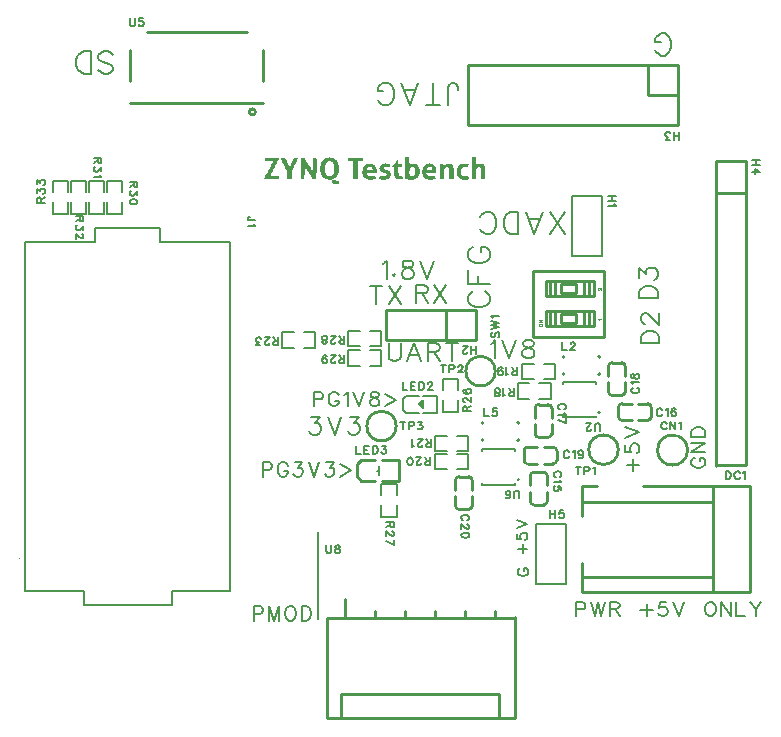
<source format=gto>
G04 Layer: TopSilkscreenLayer*
G04 EasyEDA Pro v2.2.40.8, 2025-08-03 21:23:04*
G04 Gerber Generator version 0.3*
G04 Scale: 100 percent, Rotated: No, Reflected: No*
G04 Dimensions in millimeters*
G04 Leading zeros omitted, absolute positions, 4 integers and 5 decimals*
G04 Generated by one-click*
%FSLAX45Y45*%
%MOMM*%
%ADD10C,0.1524*%
%ADD11C,0.1*%
%ADD12C,0.2032*%
%ADD13C,0.254*%
%ADD14C,0.203*%
%ADD15C,0.2*%
%ADD16C,0.1530*%
%ADD17C,0.15001*%
%ADD18C,0.15011*%
G75*


G04 Text Start*
G54D10*
G01X4607451Y1202489D02*
G01X4613801Y1205537D01*
G01X4619897Y1211887D01*
G01X4622945Y1217983D01*
G01X4622945Y1230429D01*
G01X4619897Y1236525D01*
G01X4613801Y1242875D01*
G01X4607451Y1245923D01*
G01X4598307Y1248971D01*
G01X4582813Y1248971D01*
G01X4573415Y1245923D01*
G01X4567319Y1242875D01*
G01X4560969Y1236525D01*
G01X4557921Y1230429D01*
G01X4557921Y1217983D01*
G01X4560969Y1211887D01*
G01X4567319Y1205537D01*
G01X4573415Y1202489D01*
G01X4610499Y1172263D02*
G01X4613801Y1166167D01*
G01X4622945Y1157023D01*
G01X4557921Y1157023D01*
G01X4622945Y1089713D02*
G01X4622945Y1120701D01*
G01X4595259Y1123749D01*
G01X4598307Y1120701D01*
G01X4601355Y1111557D01*
G01X4601355Y1102159D01*
G01X4598307Y1092761D01*
G01X4591957Y1086665D01*
G01X4582813Y1083617D01*
G01X4576463Y1083617D01*
G01X4567319Y1086665D01*
G01X4560969Y1092761D01*
G01X4557921Y1102159D01*
G01X4557921Y1111557D01*
G01X4560969Y1120701D01*
G01X4564271Y1123749D01*
G01X4570367Y1126797D01*
G01X5477002Y1767840D02*
G01X5473954Y1774190D01*
G01X5467604Y1780286D01*
G01X5461508Y1783334D01*
G01X5449062Y1783334D01*
G01X5442966Y1780286D01*
G01X5436616Y1774190D01*
G01X5433568Y1767840D01*
G01X5430520Y1758696D01*
G01X5430520Y1743202D01*
G01X5433568Y1733804D01*
G01X5436616Y1727708D01*
G01X5442966Y1721358D01*
G01X5449062Y1718310D01*
G01X5461508Y1718310D01*
G01X5467604Y1721358D01*
G01X5473954Y1727708D01*
G01X5477002Y1733804D01*
G01X5507228Y1770888D02*
G01X5513324Y1774190D01*
G01X5522468Y1783334D01*
G01X5522468Y1718310D01*
G01X5589778Y1774190D02*
G01X5586730Y1780286D01*
G01X5577332Y1783334D01*
G01X5571236Y1783334D01*
G01X5561838Y1780286D01*
G01X5555742Y1770888D01*
G01X5552694Y1755648D01*
G01X5552694Y1740154D01*
G01X5555742Y1727708D01*
G01X5561838Y1721358D01*
G01X5571236Y1718310D01*
G01X5574284Y1718310D01*
G01X5583428Y1721358D01*
G01X5589778Y1727708D01*
G01X5592826Y1736852D01*
G01X5592826Y1740154D01*
G01X5589778Y1749298D01*
G01X5583428Y1755648D01*
G01X5574284Y1758696D01*
G01X5571236Y1758696D01*
G01X5561838Y1755648D01*
G01X5555742Y1749298D01*
G01X5552694Y1740154D01*
G01X4645551Y1773989D02*
G01X4651901Y1777037D01*
G01X4657997Y1783387D01*
G01X4661045Y1789483D01*
G01X4661045Y1801929D01*
G01X4657997Y1808025D01*
G01X4651901Y1814375D01*
G01X4645551Y1817423D01*
G01X4636407Y1820471D01*
G01X4620913Y1820471D01*
G01X4611515Y1817423D01*
G01X4605419Y1814375D01*
G01X4599069Y1808025D01*
G01X4596021Y1801929D01*
G01X4596021Y1789483D01*
G01X4599069Y1783387D01*
G01X4605419Y1777037D01*
G01X4611515Y1773989D01*
G01X4648599Y1743763D02*
G01X4651901Y1737667D01*
G01X4661045Y1728523D01*
G01X4596021Y1728523D01*
G01X4661045Y1655117D02*
G01X4596021Y1686105D01*
G01X4661045Y1698297D02*
G01X4661045Y1655117D01*
G01X5229860Y1959102D02*
G01X5223510Y1956054D01*
G01X5217414Y1949704D01*
G01X5214366Y1943608D01*
G01X5214366Y1931162D01*
G01X5217414Y1925066D01*
G01X5223510Y1918716D01*
G01X5229860Y1915668D01*
G01X5239004Y1912620D01*
G01X5254498Y1912620D01*
G01X5263896Y1915668D01*
G01X5269992Y1918716D01*
G01X5276342Y1925066D01*
G01X5279390Y1931162D01*
G01X5279390Y1943608D01*
G01X5276342Y1949704D01*
G01X5269992Y1956054D01*
G01X5263896Y1959102D01*
G01X5226812Y1989328D02*
G01X5223510Y1995424D01*
G01X5214366Y2004568D01*
G01X5279390Y2004568D01*
G01X5214366Y2050034D02*
G01X5217414Y2040890D01*
G01X5223510Y2037842D01*
G01X5229860Y2037842D01*
G01X5235956Y2040890D01*
G01X5239004Y2046986D01*
G01X5242052Y2059432D01*
G01X5245354Y2068830D01*
G01X5251450Y2074926D01*
G01X5257546Y2077974D01*
G01X5266944Y2077974D01*
G01X5273040Y2074926D01*
G01X5276342Y2071878D01*
G01X5279390Y2062480D01*
G01X5279390Y2050034D01*
G01X5276342Y2040890D01*
G01X5273040Y2037842D01*
G01X5266944Y2034794D01*
G01X5257546Y2034794D01*
G01X5251450Y2037842D01*
G01X5245354Y2043938D01*
G01X5242052Y2053336D01*
G01X5239004Y2065528D01*
G01X5235956Y2071878D01*
G01X5229860Y2074926D01*
G01X5223510Y2074926D01*
G01X5217414Y2071878D01*
G01X5214366Y2062480D01*
G01X5214366Y2050034D01*
G01X4689602Y1412240D02*
G01X4686554Y1418590D01*
G01X4680204Y1424686D01*
G01X4674108Y1427734D01*
G01X4661662Y1427734D01*
G01X4655566Y1424686D01*
G01X4649216Y1418590D01*
G01X4646168Y1412240D01*
G01X4643120Y1403096D01*
G01X4643120Y1387602D01*
G01X4646168Y1378204D01*
G01X4649216Y1372108D01*
G01X4655566Y1365758D01*
G01X4661662Y1362710D01*
G01X4674108Y1362710D01*
G01X4680204Y1365758D01*
G01X4686554Y1372108D01*
G01X4689602Y1378204D01*
G01X4719828Y1415288D02*
G01X4725924Y1418590D01*
G01X4735068Y1427734D01*
G01X4735068Y1362710D01*
G01X4805426Y1406144D02*
G01X4802378Y1396746D01*
G01X4796028Y1390650D01*
G01X4786884Y1387602D01*
G01X4783836Y1387602D01*
G01X4774438Y1390650D01*
G01X4768342Y1396746D01*
G01X4765294Y1406144D01*
G01X4765294Y1409192D01*
G01X4768342Y1418590D01*
G01X4774438Y1424686D01*
G01X4783836Y1427734D01*
G01X4786884Y1427734D01*
G01X4796028Y1424686D01*
G01X4802378Y1418590D01*
G01X4805426Y1406144D01*
G01X4805426Y1390650D01*
G01X4802378Y1375156D01*
G01X4796028Y1365758D01*
G01X4786884Y1362710D01*
G01X4780534Y1362710D01*
G01X4771390Y1365758D01*
G01X4768342Y1372108D01*
G01X3825240Y834898D02*
G01X3831590Y837946D01*
G01X3837686Y844296D01*
G01X3840734Y850392D01*
G01X3840734Y862838D01*
G01X3837686Y868934D01*
G01X3831590Y875284D01*
G01X3825240Y878332D01*
G01X3816096Y881380D01*
G01X3800602Y881380D01*
G01X3791204Y878332D01*
G01X3785108Y875284D01*
G01X3778758Y868934D01*
G01X3775710Y862838D01*
G01X3775710Y850392D01*
G01X3778758Y844296D01*
G01X3785108Y837946D01*
G01X3791204Y834898D01*
G01X3825240Y801624D02*
G01X3828288Y801624D01*
G01X3834638Y798576D01*
G01X3837686Y795528D01*
G01X3840734Y789432D01*
G01X3840734Y776986D01*
G01X3837686Y770636D01*
G01X3834638Y767588D01*
G01X3828288Y764540D01*
G01X3822192Y764540D01*
G01X3816096Y767588D01*
G01X3806698Y773938D01*
G01X3775710Y804672D01*
G01X3775710Y761492D01*
G01X3840734Y712724D02*
G01X3837686Y722122D01*
G01X3828288Y728218D01*
G01X3813048Y731266D01*
G01X3803650Y731266D01*
G01X3788156Y728218D01*
G01X3778758Y722122D01*
G01X3775710Y712724D01*
G01X3775710Y706628D01*
G01X3778758Y697230D01*
G01X3788156Y691134D01*
G01X3803650Y688086D01*
G01X3813048Y688086D01*
G01X3828288Y691134D01*
G01X3837686Y697230D01*
G01X3840734Y706628D01*
G01X3840734Y712724D01*
G01X5515102Y1653540D02*
G01X5512054Y1659890D01*
G01X5505704Y1665986D01*
G01X5499608Y1669034D01*
G01X5487162Y1669034D01*
G01X5481066Y1665986D01*
G01X5474716Y1659890D01*
G01X5471668Y1653540D01*
G01X5468620Y1644396D01*
G01X5468620Y1628902D01*
G01X5471668Y1619504D01*
G01X5474716Y1613408D01*
G01X5481066Y1607058D01*
G01X5487162Y1604010D01*
G01X5499608Y1604010D01*
G01X5505704Y1607058D01*
G01X5512054Y1613408D01*
G01X5515102Y1619504D01*
G01X5545328Y1669034D02*
G01X5545328Y1604010D01*
G01X5545328Y1669034D02*
G01X5588508Y1604010D01*
G01X5588508Y1669034D02*
G01X5588508Y1604010D01*
G01X5618734Y1656588D02*
G01X5624830Y1659890D01*
G01X5633974Y1669034D01*
G01X5633974Y1604010D01*
G01X6014720Y1249934D02*
G01X6014720Y1184910D01*
G01X6014720Y1249934D02*
G01X6036310Y1249934D01*
G01X6045708Y1246886D01*
G01X6051804Y1240790D01*
G01X6054852Y1234440D01*
G01X6058154Y1225296D01*
G01X6058154Y1209802D01*
G01X6054852Y1200404D01*
G01X6051804Y1194308D01*
G01X6045708Y1187958D01*
G01X6036310Y1184910D01*
G01X6014720Y1184910D01*
G01X6134608Y1234440D02*
G01X6131560Y1240790D01*
G01X6125464Y1246886D01*
G01X6119114Y1249934D01*
G01X6106922Y1249934D01*
G01X6100572Y1246886D01*
G01X6094476Y1240790D01*
G01X6091428Y1234440D01*
G01X6088380Y1225296D01*
G01X6088380Y1209802D01*
G01X6091428Y1200404D01*
G01X6094476Y1194308D01*
G01X6100572Y1187958D01*
G01X6106922Y1184910D01*
G01X6119114Y1184910D01*
G01X6125464Y1187958D01*
G01X6131560Y1194308D01*
G01X6134608Y1200404D01*
G01X6164834Y1237488D02*
G01X6170930Y1240790D01*
G01X6180074Y1249934D01*
G01X6180074Y1184910D01*
G01X5082794Y3583940D02*
G01X5017770Y3583940D01*
G01X5082794Y3540506D02*
G01X5017770Y3540506D01*
G01X5051806Y3583940D02*
G01X5051806Y3540506D01*
G01X5070348Y3510280D02*
G01X5073650Y3504184D01*
G01X5082794Y3495040D01*
G01X5017770Y3495040D01*
G01X3903980Y2244568D02*
G01X3903980Y2309592D01*
G01X3860546Y2244568D02*
G01X3860546Y2309592D01*
G01X3903980Y2275556D02*
G01X3860546Y2275556D01*
G01X3827272Y2260062D02*
G01X3827272Y2257014D01*
G01X3824224Y2250664D01*
G01X3821176Y2247616D01*
G01X3815080Y2244568D01*
G01X3802634Y2244568D01*
G01X3796284Y2247616D01*
G01X3793236Y2250664D01*
G01X3790188Y2257014D01*
G01X3790188Y2263110D01*
G01X3793236Y2269206D01*
G01X3799586Y2278604D01*
G01X3830320Y2309592D01*
G01X3787140Y2309592D01*
G01X5618477Y4058666D02*
G01X5618477Y4123690D01*
G01X5575043Y4058666D02*
G01X5575043Y4123690D01*
G01X5618477Y4089654D02*
G01X5575043Y4089654D01*
G01X5538721Y4058666D02*
G01X5504685Y4058666D01*
G01X5523227Y4083304D01*
G01X5514083Y4083304D01*
G01X5507733Y4086352D01*
G01X5504685Y4089654D01*
G01X5501637Y4098798D01*
G01X5501637Y4105148D01*
G01X5504685Y4114292D01*
G01X5510781Y4120642D01*
G01X5520179Y4123690D01*
G01X5529577Y4123690D01*
G01X5538721Y4120642D01*
G01X5541769Y4117340D01*
G01X5544817Y4111244D01*
G01X4630420Y2342134D02*
G01X4630420Y2277110D01*
G01X4630420Y2277110D02*
G01X4667504Y2277110D01*
G01X4700778Y2326640D02*
G01X4700778Y2329688D01*
G01X4703826Y2336038D01*
G01X4706874Y2339086D01*
G01X4712970Y2342134D01*
G01X4725416Y2342134D01*
G01X4731766Y2339086D01*
G01X4734814Y2336038D01*
G01X4737862Y2329688D01*
G01X4737862Y2323592D01*
G01X4734814Y2317496D01*
G01X4728464Y2308098D01*
G01X4697730Y2277110D01*
G01X4740910Y2277110D01*
G01X3970020Y1783334D02*
G01X3970020Y1718310D01*
G01X3970020Y1718310D02*
G01X4007104Y1718310D01*
G01X4074414Y1783334D02*
G01X4043426Y1783334D01*
G01X4040378Y1755648D01*
G01X4043426Y1758696D01*
G01X4052570Y1761744D01*
G01X4061968Y1761744D01*
G01X4071366Y1758696D01*
G01X4077462Y1752346D01*
G01X4080510Y1743202D01*
G01X4080510Y1736852D01*
G01X4077462Y1727708D01*
G01X4071366Y1721358D01*
G01X4061968Y1718310D01*
G01X4052570Y1718310D01*
G01X4043426Y1721358D01*
G01X4040378Y1724660D01*
G01X4037330Y1730756D01*
G01X3280159Y2006194D02*
G01X3280159Y1941170D01*
G01X3280159Y1941170D02*
G01X3317243Y1941170D01*
G01X3347469Y2006194D02*
G01X3347469Y1941170D01*
G01X3347469Y2006194D02*
G01X3387601Y2006194D01*
G01X3347469Y1975206D02*
G01X3372107Y1975206D01*
G01X3347469Y1941170D02*
G01X3387601Y1941170D01*
G01X3417827Y2006194D02*
G01X3417827Y1941170D01*
G01X3417827Y2006194D02*
G01X3439417Y2006194D01*
G01X3448561Y2003146D01*
G01X3454911Y1997050D01*
G01X3457959Y1990700D01*
G01X3461007Y1981556D01*
G01X3461007Y1966062D01*
G01X3457959Y1956664D01*
G01X3454911Y1950568D01*
G01X3448561Y1944218D01*
G01X3439417Y1941170D01*
G01X3417827Y1941170D01*
G01X3494281Y1990700D02*
G01X3494281Y1993748D01*
G01X3497329Y2000098D01*
G01X3500377Y2003146D01*
G01X3506473Y2006194D01*
G01X3518919Y2006194D01*
G01X3525269Y2003146D01*
G01X3528317Y2000098D01*
G01X3531365Y1993748D01*
G01X3531365Y1987652D01*
G01X3528317Y1981556D01*
G01X3521967Y1972158D01*
G01X3491233Y1941170D01*
G01X3534413Y1941170D01*
G01X2886710Y1463294D02*
G01X2886710Y1398270D01*
G01X2886710Y1398270D02*
G01X2923794Y1398270D01*
G01X2954020Y1463294D02*
G01X2954020Y1398270D01*
G01X2954020Y1463294D02*
G01X2994152Y1463294D01*
G01X2954020Y1432306D02*
G01X2978658Y1432306D01*
G01X2954020Y1398270D02*
G01X2994152Y1398270D01*
G01X3024378Y1463294D02*
G01X3024378Y1398270D01*
G01X3024378Y1463294D02*
G01X3045968Y1463294D01*
G01X3055112Y1460246D01*
G01X3061462Y1454150D01*
G01X3064510Y1447800D01*
G01X3067558Y1438656D01*
G01X3067558Y1423162D01*
G01X3064510Y1413764D01*
G01X3061462Y1407668D01*
G01X3055112Y1401318D01*
G01X3045968Y1398270D01*
G01X3024378Y1398270D01*
G01X3103880Y1463294D02*
G01X3137916Y1463294D01*
G01X3119374Y1438656D01*
G01X3128518Y1438656D01*
G01X3134868Y1435608D01*
G01X3137916Y1432306D01*
G01X3140964Y1423162D01*
G01X3140964Y1416812D01*
G01X3137916Y1407668D01*
G01X3131820Y1401318D01*
G01X3122422Y1398270D01*
G01X3113024Y1398270D01*
G01X3103880Y1401318D01*
G01X3100832Y1404620D01*
G01X3097784Y1410716D01*
G01X4221480Y1886966D02*
G01X4221480Y1951990D01*
G01X4221480Y1886966D02*
G01X4193540Y1886966D01*
G01X4184396Y1890014D01*
G01X4181348Y1893062D01*
G01X4178046Y1899412D01*
G01X4178046Y1905508D01*
G01X4181348Y1911604D01*
G01X4184396Y1914652D01*
G01X4193540Y1917954D01*
G01X4221480Y1917954D01*
G01X4199890Y1917954D02*
G01X4178046Y1951990D01*
G01X4147820Y1899412D02*
G01X4141724Y1896110D01*
G01X4132580Y1886966D01*
G01X4132580Y1951990D01*
G01X4087114Y1886966D02*
G01X4096258Y1890014D01*
G01X4099306Y1896110D01*
G01X4099306Y1902460D01*
G01X4096258Y1908556D01*
G01X4090162Y1911604D01*
G01X4077716Y1914652D01*
G01X4068318Y1917954D01*
G01X4062222Y1924050D01*
G01X4059174Y1930146D01*
G01X4059174Y1939544D01*
G01X4062222Y1945640D01*
G01X4065270Y1948942D01*
G01X4074668Y1951990D01*
G01X4087114Y1951990D01*
G01X4096258Y1948942D01*
G01X4099306Y1945640D01*
G01X4102354Y1939544D01*
G01X4102354Y1930146D01*
G01X4099306Y1924050D01*
G01X4093210Y1917954D01*
G01X4083812Y1914652D01*
G01X4071620Y1911604D01*
G01X4065270Y1908556D01*
G01X4062222Y1902460D01*
G01X4062222Y1896110D01*
G01X4065270Y1890014D01*
G01X4074668Y1886966D01*
G01X4087114Y1886966D01*
G01X4246880Y2064766D02*
G01X4246880Y2129790D01*
G01X4246880Y2064766D02*
G01X4218940Y2064766D01*
G01X4209796Y2067814D01*
G01X4206748Y2070862D01*
G01X4203446Y2077212D01*
G01X4203446Y2083308D01*
G01X4206748Y2089404D01*
G01X4209796Y2092452D01*
G01X4218940Y2095754D01*
G01X4246880Y2095754D01*
G01X4225290Y2095754D02*
G01X4203446Y2129790D01*
G01X4173220Y2077212D02*
G01X4167124Y2073910D01*
G01X4157980Y2064766D01*
G01X4157980Y2129790D01*
G01X4087622Y2086356D02*
G01X4090670Y2095754D01*
G01X4097020Y2101850D01*
G01X4106164Y2104898D01*
G01X4109212Y2104898D01*
G01X4118610Y2101850D01*
G01X4124706Y2095754D01*
G01X4127754Y2086356D01*
G01X4127754Y2083308D01*
G01X4124706Y2073910D01*
G01X4118610Y2067814D01*
G01X4109212Y2064766D01*
G01X4106164Y2064766D01*
G01X4097020Y2067814D01*
G01X4090670Y2073910D01*
G01X4087622Y2086356D01*
G01X4087622Y2101850D01*
G01X4090670Y2117344D01*
G01X4097020Y2126742D01*
G01X4106164Y2129790D01*
G01X4112514Y2129790D01*
G01X4121658Y2126742D01*
G01X4124706Y2120392D01*
G01X3510280Y1302766D02*
G01X3510280Y1367790D01*
G01X3510280Y1302766D02*
G01X3482340Y1302766D01*
G01X3473196Y1305814D01*
G01X3470148Y1308862D01*
G01X3466846Y1315212D01*
G01X3466846Y1321308D01*
G01X3470148Y1327404D01*
G01X3473196Y1330452D01*
G01X3482340Y1333754D01*
G01X3510280Y1333754D01*
G01X3488690Y1333754D02*
G01X3466846Y1367790D01*
G01X3433572Y1318260D02*
G01X3433572Y1315212D01*
G01X3430524Y1308862D01*
G01X3427476Y1305814D01*
G01X3421380Y1302766D01*
G01X3408934Y1302766D01*
G01X3402584Y1305814D01*
G01X3399536Y1308862D01*
G01X3396488Y1315212D01*
G01X3396488Y1321308D01*
G01X3399536Y1327404D01*
G01X3405886Y1336802D01*
G01X3436620Y1367790D01*
G01X3393440Y1367790D01*
G01X3344672Y1302766D02*
G01X3354070Y1305814D01*
G01X3360166Y1315212D01*
G01X3363214Y1330452D01*
G01X3363214Y1339850D01*
G01X3360166Y1355344D01*
G01X3354070Y1364742D01*
G01X3344672Y1367790D01*
G01X3338576Y1367790D01*
G01X3329178Y1364742D01*
G01X3323082Y1355344D01*
G01X3320034Y1339850D01*
G01X3320034Y1330452D01*
G01X3323082Y1315212D01*
G01X3329178Y1305814D01*
G01X3338576Y1302766D01*
G01X3344672Y1302766D01*
G01X3522980Y1455166D02*
G01X3522980Y1520190D01*
G01X3522980Y1455166D02*
G01X3495040Y1455166D01*
G01X3485896Y1458214D01*
G01X3482848Y1461262D01*
G01X3479546Y1467612D01*
G01X3479546Y1473708D01*
G01X3482848Y1479804D01*
G01X3485896Y1482852D01*
G01X3495040Y1486154D01*
G01X3522980Y1486154D01*
G01X3501390Y1486154D02*
G01X3479546Y1520190D01*
G01X3446272Y1470660D02*
G01X3446272Y1467612D01*
G01X3443224Y1461262D01*
G01X3440176Y1458214D01*
G01X3434080Y1455166D01*
G01X3421634Y1455166D01*
G01X3415284Y1458214D01*
G01X3412236Y1461262D01*
G01X3409188Y1467612D01*
G01X3409188Y1473708D01*
G01X3412236Y1479804D01*
G01X3418586Y1489202D01*
G01X3449320Y1520190D01*
G01X3406140Y1520190D01*
G01X3375914Y1467612D02*
G01X3369818Y1464310D01*
G01X3360674Y1455166D01*
G01X3360674Y1520190D01*
G01X2227580Y2318766D02*
G01X2227580Y2383790D01*
G01X2227580Y2318766D02*
G01X2199640Y2318766D01*
G01X2190496Y2321814D01*
G01X2187448Y2324862D01*
G01X2184146Y2331212D01*
G01X2184146Y2337308D01*
G01X2187448Y2343404D01*
G01X2190496Y2346452D01*
G01X2199640Y2349754D01*
G01X2227580Y2349754D01*
G01X2205990Y2349754D02*
G01X2184146Y2383790D01*
G01X2150872Y2334260D02*
G01X2150872Y2331212D01*
G01X2147824Y2324862D01*
G01X2144776Y2321814D01*
G01X2138680Y2318766D01*
G01X2126234Y2318766D01*
G01X2119884Y2321814D01*
G01X2116836Y2324862D01*
G01X2113788Y2331212D01*
G01X2113788Y2337308D01*
G01X2116836Y2343404D01*
G01X2123186Y2352802D01*
G01X2153920Y2383790D01*
G01X2110740Y2383790D01*
G01X2074418Y2318766D02*
G01X2040382Y2318766D01*
G01X2058924Y2343404D01*
G01X2049780Y2343404D01*
G01X2043430Y2346452D01*
G01X2040382Y2349754D01*
G01X2037334Y2358898D01*
G01X2037334Y2365248D01*
G01X2040382Y2374392D01*
G01X2046478Y2380742D01*
G01X2055876Y2383790D01*
G01X2065274Y2383790D01*
G01X2074418Y2380742D01*
G01X2077466Y2377440D01*
G01X2080514Y2371344D01*
G01X3791966Y1760220D02*
G01X3856990Y1760220D01*
G01X3791966Y1760220D02*
G01X3791966Y1788160D01*
G01X3795014Y1797304D01*
G01X3798062Y1800352D01*
G01X3804412Y1803654D01*
G01X3810508Y1803654D01*
G01X3816604Y1800352D01*
G01X3819652Y1797304D01*
G01X3822954Y1788160D01*
G01X3822954Y1760220D01*
G01X3822954Y1781810D02*
G01X3856990Y1803654D01*
G01X3807460Y1836928D02*
G01X3804412Y1836928D01*
G01X3798062Y1839976D01*
G01X3795014Y1843024D01*
G01X3791966Y1849120D01*
G01X3791966Y1861566D01*
G01X3795014Y1867916D01*
G01X3798062Y1870964D01*
G01X3804412Y1874012D01*
G01X3810508Y1874012D01*
G01X3816604Y1870964D01*
G01X3826002Y1864614D01*
G01X3856990Y1833880D01*
G01X3856990Y1877060D01*
G01X3801110Y1944370D02*
G01X3795014Y1941322D01*
G01X3791966Y1931924D01*
G01X3791966Y1925828D01*
G01X3795014Y1916430D01*
G01X3804412Y1910334D01*
G01X3819652Y1907286D01*
G01X3835146Y1907286D01*
G01X3847592Y1910334D01*
G01X3853942Y1916430D01*
G01X3856990Y1925828D01*
G01X3856990Y1928876D01*
G01X3853942Y1938020D01*
G01X3847592Y1944370D01*
G01X3838448Y1947418D01*
G01X3835146Y1947418D01*
G01X3826002Y1944370D01*
G01X3819652Y1938020D01*
G01X3816604Y1928876D01*
G01X3816604Y1925828D01*
G01X3819652Y1916430D01*
G01X3826002Y1910334D01*
G01X3835146Y1907286D01*
G01X3205734Y817880D02*
G01X3140710Y817880D01*
G01X3205734Y817880D02*
G01X3205734Y789940D01*
G01X3202686Y780796D01*
G01X3199638Y777748D01*
G01X3193288Y774446D01*
G01X3187192Y774446D01*
G01X3181096Y777748D01*
G01X3178048Y780796D01*
G01X3174746Y789940D01*
G01X3174746Y817880D01*
G01X3174746Y796290D02*
G01X3140710Y774446D01*
G01X3190240Y741172D02*
G01X3193288Y741172D01*
G01X3199638Y738124D01*
G01X3202686Y735076D01*
G01X3205734Y728980D01*
G01X3205734Y716534D01*
G01X3202686Y710184D01*
G01X3199638Y707136D01*
G01X3193288Y704088D01*
G01X3187192Y704088D01*
G01X3181096Y707136D01*
G01X3171698Y713486D01*
G01X3140710Y744220D01*
G01X3140710Y701040D01*
G01X3205734Y627634D02*
G01X3140710Y658622D01*
G01X3205734Y670814D02*
G01X3205734Y627634D01*
G01X2786380Y2331466D02*
G01X2786380Y2396490D01*
G01X2786380Y2331466D02*
G01X2758440Y2331466D01*
G01X2749296Y2334514D01*
G01X2746248Y2337562D01*
G01X2742946Y2343912D01*
G01X2742946Y2350008D01*
G01X2746248Y2356104D01*
G01X2749296Y2359152D01*
G01X2758440Y2362454D01*
G01X2786380Y2362454D01*
G01X2764790Y2362454D02*
G01X2742946Y2396490D01*
G01X2709672Y2346960D02*
G01X2709672Y2343912D01*
G01X2706624Y2337562D01*
G01X2703576Y2334514D01*
G01X2697480Y2331466D01*
G01X2685034Y2331466D01*
G01X2678684Y2334514D01*
G01X2675636Y2337562D01*
G01X2672588Y2343912D01*
G01X2672588Y2350008D01*
G01X2675636Y2356104D01*
G01X2681986Y2365502D01*
G01X2712720Y2396490D01*
G01X2669540Y2396490D01*
G01X2624074Y2331466D02*
G01X2633218Y2334514D01*
G01X2636266Y2340610D01*
G01X2636266Y2346960D01*
G01X2633218Y2353056D01*
G01X2627122Y2356104D01*
G01X2614676Y2359152D01*
G01X2605278Y2362454D01*
G01X2599182Y2368550D01*
G01X2596134Y2374646D01*
G01X2596134Y2384044D01*
G01X2599182Y2390140D01*
G01X2602230Y2393442D01*
G01X2611628Y2396490D01*
G01X2624074Y2396490D01*
G01X2633218Y2393442D01*
G01X2636266Y2390140D01*
G01X2639314Y2384044D01*
G01X2639314Y2374646D01*
G01X2636266Y2368550D01*
G01X2630170Y2362454D01*
G01X2620772Y2359152D01*
G01X2608580Y2356104D01*
G01X2602230Y2353056D01*
G01X2599182Y2346960D01*
G01X2599182Y2340610D01*
G01X2602230Y2334514D01*
G01X2611628Y2331466D01*
G01X2624074Y2331466D01*
G01X2786380Y2166366D02*
G01X2786380Y2231390D01*
G01X2786380Y2166366D02*
G01X2758440Y2166366D01*
G01X2749296Y2169414D01*
G01X2746248Y2172462D01*
G01X2742946Y2178812D01*
G01X2742946Y2184908D01*
G01X2746248Y2191004D01*
G01X2749296Y2194052D01*
G01X2758440Y2197354D01*
G01X2786380Y2197354D01*
G01X2764790Y2197354D02*
G01X2742946Y2231390D01*
G01X2709672Y2181860D02*
G01X2709672Y2178812D01*
G01X2706624Y2172462D01*
G01X2703576Y2169414D01*
G01X2697480Y2166366D01*
G01X2685034Y2166366D01*
G01X2678684Y2169414D01*
G01X2675636Y2172462D01*
G01X2672588Y2178812D01*
G01X2672588Y2184908D01*
G01X2675636Y2191004D01*
G01X2681986Y2200402D01*
G01X2712720Y2231390D01*
G01X2669540Y2231390D01*
G01X2599182Y2187956D02*
G01X2602230Y2197354D01*
G01X2608580Y2203450D01*
G01X2617724Y2206498D01*
G01X2620772Y2206498D01*
G01X2630170Y2203450D01*
G01X2636266Y2197354D01*
G01X2639314Y2187956D01*
G01X2639314Y2184908D01*
G01X2636266Y2175510D01*
G01X2630170Y2169414D01*
G01X2620772Y2166366D01*
G01X2617724Y2166366D01*
G01X2608580Y2169414D01*
G01X2602230Y2175510D01*
G01X2599182Y2187956D01*
G01X2599182Y2203450D01*
G01X2602230Y2218944D01*
G01X2608580Y2228342D01*
G01X2617724Y2231390D01*
G01X2624074Y2231390D01*
G01X2633218Y2228342D01*
G01X2636266Y2221992D01*
G01X1034034Y3700780D02*
G01X969010Y3700780D01*
G01X1034034Y3700780D02*
G01X1034034Y3672840D01*
G01X1030986Y3663696D01*
G01X1027938Y3660648D01*
G01X1021588Y3657346D01*
G01X1015492Y3657346D01*
G01X1009396Y3660648D01*
G01X1006348Y3663696D01*
G01X1003046Y3672840D01*
G01X1003046Y3700780D01*
G01X1003046Y3679190D02*
G01X969010Y3657346D01*
G01X1034034Y3621024D02*
G01X1034034Y3586988D01*
G01X1009396Y3605530D01*
G01X1009396Y3596386D01*
G01X1006348Y3590036D01*
G01X1003046Y3586988D01*
G01X993902Y3583940D01*
G01X987552Y3583940D01*
G01X978408Y3586988D01*
G01X972058Y3593084D01*
G01X969010Y3602482D01*
G01X969010Y3611880D01*
G01X972058Y3621024D01*
G01X975360Y3624072D01*
G01X981456Y3627120D01*
G01X1034034Y3535172D02*
G01X1030986Y3544570D01*
G01X1021588Y3550666D01*
G01X1006348Y3553714D01*
G01X996950Y3553714D01*
G01X981456Y3550666D01*
G01X972058Y3544570D01*
G01X969010Y3535172D01*
G01X969010Y3529076D01*
G01X972058Y3519678D01*
G01X981456Y3513582D01*
G01X996950Y3510534D01*
G01X1006348Y3510534D01*
G01X1021588Y3513582D01*
G01X1030986Y3519678D01*
G01X1034034Y3529076D01*
G01X1034034Y3535172D01*
G01X729234Y3903980D02*
G01X664210Y3903980D01*
G01X729234Y3903980D02*
G01X729234Y3876040D01*
G01X726186Y3866896D01*
G01X723138Y3863848D01*
G01X716788Y3860546D01*
G01X710692Y3860546D01*
G01X704596Y3863848D01*
G01X701548Y3866896D01*
G01X698246Y3876040D01*
G01X698246Y3903980D01*
G01X698246Y3882390D02*
G01X664210Y3860546D01*
G01X729234Y3824224D02*
G01X729234Y3790188D01*
G01X704596Y3808730D01*
G01X704596Y3799586D01*
G01X701548Y3793236D01*
G01X698246Y3790188D01*
G01X689102Y3787140D01*
G01X682752Y3787140D01*
G01X673608Y3790188D01*
G01X667258Y3796284D01*
G01X664210Y3805682D01*
G01X664210Y3815080D01*
G01X667258Y3824224D01*
G01X670560Y3827272D01*
G01X676656Y3830320D01*
G01X716788Y3756914D02*
G01X720090Y3750818D01*
G01X729234Y3741674D01*
G01X664210Y3741674D01*
G01X576834Y3408680D02*
G01X511810Y3408680D01*
G01X576834Y3408680D02*
G01X576834Y3380740D01*
G01X573786Y3371596D01*
G01X570738Y3368548D01*
G01X564388Y3365246D01*
G01X558292Y3365246D01*
G01X552196Y3368548D01*
G01X549148Y3371596D01*
G01X545846Y3380740D01*
G01X545846Y3408680D01*
G01X545846Y3387090D02*
G01X511810Y3365246D01*
G01X576834Y3328924D02*
G01X576834Y3294888D01*
G01X552196Y3313430D01*
G01X552196Y3304286D01*
G01X549148Y3297936D01*
G01X545846Y3294888D01*
G01X536702Y3291840D01*
G01X530352Y3291840D01*
G01X521208Y3294888D01*
G01X514858Y3300984D01*
G01X511810Y3310382D01*
G01X511810Y3319780D01*
G01X514858Y3328924D01*
G01X518160Y3331972D01*
G01X524256Y3335020D01*
G01X561340Y3258566D02*
G01X564388Y3258566D01*
G01X570738Y3255518D01*
G01X573786Y3252470D01*
G01X576834Y3246374D01*
G01X576834Y3233928D01*
G01X573786Y3227578D01*
G01X570738Y3224530D01*
G01X564388Y3221482D01*
G01X558292Y3221482D01*
G01X552196Y3224530D01*
G01X542798Y3230880D01*
G01X511810Y3261614D01*
G01X511810Y3218434D01*
G01X185166Y3525520D02*
G01X250190Y3525520D01*
G01X185166Y3525520D02*
G01X185166Y3553460D01*
G01X188214Y3562604D01*
G01X191262Y3565652D01*
G01X197612Y3568954D01*
G01X203708Y3568954D01*
G01X209804Y3565652D01*
G01X212852Y3562604D01*
G01X216154Y3553460D01*
G01X216154Y3525520D01*
G01X216154Y3547110D02*
G01X250190Y3568954D01*
G01X185166Y3605276D02*
G01X185166Y3639312D01*
G01X209804Y3620770D01*
G01X209804Y3629914D01*
G01X212852Y3636264D01*
G01X216154Y3639312D01*
G01X225298Y3642360D01*
G01X231648Y3642360D01*
G01X240792Y3639312D01*
G01X247142Y3633216D01*
G01X250190Y3623818D01*
G01X250190Y3614420D01*
G01X247142Y3605276D01*
G01X243840Y3602228D01*
G01X237744Y3599180D01*
G01X185166Y3678682D02*
G01X185166Y3712718D01*
G01X209804Y3694176D01*
G01X209804Y3703320D01*
G01X212852Y3709670D01*
G01X216154Y3712718D01*
G01X225298Y3715766D01*
G01X231648Y3715766D01*
G01X240792Y3712718D01*
G01X247142Y3706622D01*
G01X250190Y3697224D01*
G01X250190Y3687826D01*
G01X247142Y3678682D01*
G01X243840Y3675634D01*
G01X237744Y3672586D01*
G54D11*
G01X4939742Y2787675D02*
G01X4938472Y2787675D01*
G01X4935932Y2788945D01*
G01X4934662Y2789961D01*
G01X4933646Y2792501D01*
G01X4933646Y2797581D01*
G01X4934662Y2800121D01*
G01X4935932Y2801391D01*
G01X4938472Y2802661D01*
G01X4941012Y2802661D01*
G01X4943552Y2801391D01*
G01X4947362Y2798851D01*
G01X4959808Y2786405D01*
G01X4959808Y2803931D01*
G01X4940250Y2532405D02*
G01X4938980Y2534945D01*
G01X4935424Y2538501D01*
G01X4961586Y2538501D01*
G01X4430422Y2486762D02*
G01X4431438Y2484222D01*
G01X4433978Y2481936D01*
G01X4436518Y2480666D01*
G01X4440328Y2479396D01*
G01X4446424Y2479396D01*
G01X4450234Y2480666D01*
G01X4452774Y2481936D01*
G01X4455314Y2484222D01*
G01X4456584Y2486762D01*
G01X4456584Y2491842D01*
G01X4455314Y2494382D01*
G01X4452774Y2496922D01*
G01X4450234Y2498192D01*
G01X4446424Y2499208D01*
G01X4440328Y2499208D01*
G01X4436518Y2498192D01*
G01X4433978Y2496922D01*
G01X4431438Y2494382D01*
G01X4430422Y2491842D01*
G01X4430422Y2486762D01*
G01X4430422Y2515210D02*
G01X4456584Y2515210D01*
G01X4430422Y2515210D02*
G01X4456584Y2532736D01*
G01X4430422Y2532736D02*
G01X4456584Y2532736D01*
G54D10*
G01X4766310Y1288034D02*
G01X4766310Y1223010D01*
G01X4744720Y1288034D02*
G01X4788154Y1288034D01*
G01X4818380Y1288034D02*
G01X4818380Y1223010D01*
G01X4818380Y1288034D02*
G01X4846066Y1288034D01*
G01X4855464Y1284986D01*
G01X4858512Y1281938D01*
G01X4861560Y1275588D01*
G01X4861560Y1266444D01*
G01X4858512Y1260348D01*
G01X4855464Y1257046D01*
G01X4846066Y1253998D01*
G01X4818380Y1253998D01*
G01X4891786Y1275588D02*
G01X4897882Y1278890D01*
G01X4907026Y1288034D01*
G01X4907026Y1223010D01*
G01X3280410Y1669034D02*
G01X3280410Y1604010D01*
G01X3258820Y1669034D02*
G01X3302254Y1669034D01*
G01X3332480Y1669034D02*
G01X3332480Y1604010D01*
G01X3332480Y1669034D02*
G01X3360166Y1669034D01*
G01X3369564Y1665986D01*
G01X3372612Y1662938D01*
G01X3375660Y1656588D01*
G01X3375660Y1647444D01*
G01X3372612Y1641348D01*
G01X3369564Y1638046D01*
G01X3360166Y1634998D01*
G01X3332480Y1634998D01*
G01X3411982Y1669034D02*
G01X3446018Y1669034D01*
G01X3427476Y1644396D01*
G01X3436620Y1644396D01*
G01X3442970Y1641348D01*
G01X3446018Y1638046D01*
G01X3449066Y1628902D01*
G01X3449066Y1622552D01*
G01X3446018Y1613408D01*
G01X3439922Y1607058D01*
G01X3430524Y1604010D01*
G01X3421126Y1604010D01*
G01X3411982Y1607058D01*
G01X3408934Y1610360D01*
G01X3405886Y1616456D01*
G01X4950130Y1591127D02*
G01X4950130Y1637609D01*
G01X4947082Y1646753D01*
G01X4940732Y1653103D01*
G01X4931588Y1656151D01*
G01X4925238Y1656151D01*
G01X4916094Y1653103D01*
G01X4909998Y1646753D01*
G01X4906696Y1637609D01*
G01X4906696Y1591127D01*
G01X4873422Y1606621D02*
G01X4873422Y1603573D01*
G01X4870374Y1597223D01*
G01X4867326Y1594175D01*
G01X4861230Y1591127D01*
G01X4848784Y1591127D01*
G01X4842434Y1594175D01*
G01X4839386Y1597223D01*
G01X4836338Y1603573D01*
G01X4836338Y1609669D01*
G01X4839386Y1615765D01*
G01X4845736Y1625163D01*
G01X4876470Y1656151D01*
G01X4833290Y1656151D01*
G01X969114Y5086025D02*
G01X969114Y5039543D01*
G01X972162Y5030399D01*
G01X978512Y5024049D01*
G01X987656Y5021001D01*
G01X994006Y5021001D01*
G01X1003150Y5024049D01*
G01X1009246Y5030399D01*
G01X1012548Y5039543D01*
G01X1012548Y5086025D01*
G01X1079858Y5086025D02*
G01X1048870Y5086025D01*
G01X1045822Y5058339D01*
G01X1048870Y5061387D01*
G01X1058014Y5064435D01*
G01X1067412Y5064435D01*
G01X1076810Y5061387D01*
G01X1082906Y5055037D01*
G01X1085954Y5045893D01*
G01X1085954Y5039543D01*
G01X1082906Y5030399D01*
G01X1076810Y5024049D01*
G01X1067412Y5021001D01*
G01X1058014Y5021001D01*
G01X1048870Y5024049D01*
G01X1045822Y5027351D01*
G01X1042774Y5033447D01*
G01X4264330Y1021379D02*
G01X4264330Y1067861D01*
G01X4261282Y1077005D01*
G01X4254932Y1083355D01*
G01X4245788Y1086403D01*
G01X4239438Y1086403D01*
G01X4230294Y1083355D01*
G01X4224198Y1077005D01*
G01X4220896Y1067861D01*
G01X4220896Y1021379D01*
G01X4153586Y1030523D02*
G01X4156634Y1024427D01*
G01X4166032Y1021379D01*
G01X4172128Y1021379D01*
G01X4181526Y1024427D01*
G01X4187622Y1033825D01*
G01X4190670Y1049065D01*
G01X4190670Y1064559D01*
G01X4187622Y1077005D01*
G01X4181526Y1083355D01*
G01X4172128Y1086403D01*
G01X4169080Y1086403D01*
G01X4159936Y1083355D01*
G01X4153586Y1077005D01*
G01X4150538Y1067861D01*
G01X4150538Y1064559D01*
G01X4153586Y1055415D01*
G01X4159936Y1049065D01*
G01X4169080Y1046017D01*
G01X4172128Y1046017D01*
G01X4181526Y1049065D01*
G01X4187622Y1055415D01*
G01X4190670Y1064559D01*
G01X2631920Y623734D02*
G01X2631920Y577252D01*
G01X2634968Y568108D01*
G01X2641318Y561758D01*
G01X2650462Y558710D01*
G01X2656812Y558710D01*
G01X2665956Y561758D01*
G01X2672052Y568108D01*
G01X2675354Y577252D01*
G01X2675354Y623734D01*
G01X2720820Y623734D02*
G01X2711676Y620686D01*
G01X2708628Y614590D01*
G01X2708628Y608240D01*
G01X2711676Y602144D01*
G01X2717772Y599096D01*
G01X2730218Y596048D01*
G01X2739616Y592746D01*
G01X2745712Y586650D01*
G01X2748760Y580554D01*
G01X2748760Y571156D01*
G01X2745712Y565060D01*
G01X2742664Y561758D01*
G01X2733266Y558710D01*
G01X2720820Y558710D01*
G01X2711676Y561758D01*
G01X2708628Y565060D01*
G01X2705580Y571156D01*
G01X2705580Y580554D01*
G01X2708628Y586650D01*
G01X2714724Y592746D01*
G01X2724122Y596048D01*
G01X2736314Y599096D01*
G01X2742664Y602144D01*
G01X2745712Y608240D01*
G01X2745712Y614590D01*
G01X2742664Y620686D01*
G01X2733266Y623734D01*
G01X2720820Y623734D01*
G01X4038501Y2427356D02*
G01X4032405Y2421006D01*
G01X4029357Y2411862D01*
G01X4029357Y2399416D01*
G01X4032405Y2390018D01*
G01X4038501Y2383922D01*
G01X4044851Y2383922D01*
G01X4050947Y2386970D01*
G01X4053995Y2390018D01*
G01X4057043Y2396368D01*
G01X4063393Y2414910D01*
G01X4066441Y2421006D01*
G01X4069489Y2424054D01*
G01X4075839Y2427356D01*
G01X4084983Y2427356D01*
G01X4091333Y2421006D01*
G01X4094381Y2411862D01*
G01X4094381Y2399416D01*
G01X4091333Y2390018D01*
G01X4084983Y2383922D01*
G01X4029357Y2457582D02*
G01X4094381Y2472822D01*
G01X4029357Y2488316D02*
G01X4094381Y2472822D01*
G01X4029357Y2488316D02*
G01X4094381Y2503810D01*
G01X4029357Y2519304D02*
G01X4094381Y2503810D01*
G01X4041803Y2549530D02*
G01X4038501Y2555626D01*
G01X4029357Y2564770D01*
G01X4094381Y2564770D01*
G01X2031434Y3375892D02*
G01X1981904Y3375892D01*
G01X1972760Y3378940D01*
G01X1969458Y3381988D01*
G01X1966410Y3388338D01*
G01X1966410Y3394434D01*
G01X1969458Y3400784D01*
G01X1972760Y3403832D01*
G01X1981904Y3406880D01*
G01X1988254Y3406880D01*
G01X2018988Y3345666D02*
G01X2022290Y3339570D01*
G01X2031434Y3330426D01*
G01X1966410Y3330426D01*
G01X6304534Y3885880D02*
G01X6239510Y3885880D01*
G01X6304534Y3842446D02*
G01X6239510Y3842446D01*
G01X6273546Y3885880D02*
G01X6273546Y3842446D01*
G01X6304534Y3781486D02*
G01X6261354Y3812220D01*
G01X6261354Y3765992D01*
G01X6304534Y3781486D02*
G01X6239510Y3781486D01*
G01X3623310Y2151634D02*
G01X3623310Y2086610D01*
G01X3601720Y2151634D02*
G01X3645154Y2151634D01*
G01X3675380Y2151634D02*
G01X3675380Y2086610D01*
G01X3675380Y2151634D02*
G01X3703066Y2151634D01*
G01X3712464Y2148586D01*
G01X3715512Y2145538D01*
G01X3718560Y2139188D01*
G01X3718560Y2130044D01*
G01X3715512Y2123948D01*
G01X3712464Y2120646D01*
G01X3703066Y2117598D01*
G01X3675380Y2117598D01*
G01X3751834Y2136140D02*
G01X3751834Y2139188D01*
G01X3754882Y2145538D01*
G01X3757930Y2148586D01*
G01X3764026Y2151634D01*
G01X3776472Y2151634D01*
G01X3782822Y2148586D01*
G01X3785870Y2145538D01*
G01X3788918Y2139188D01*
G01X3788918Y2133092D01*
G01X3785870Y2126996D01*
G01X3779520Y2117598D01*
G01X3748786Y2086610D01*
G01X3791966Y2086610D01*
G01X4528820Y919734D02*
G01X4528820Y854710D01*
G01X4572254Y919734D02*
G01X4572254Y854710D01*
G01X4528820Y888746D02*
G01X4572254Y888746D01*
G01X4639564Y919734D02*
G01X4608576Y919734D01*
G01X4605528Y892048D01*
G01X4608576Y895096D01*
G01X4617720Y898144D01*
G01X4627118Y898144D01*
G01X4636516Y895096D01*
G01X4642612Y888746D01*
G01X4645660Y879602D01*
G01X4645660Y873252D01*
G01X4642612Y864108D01*
G01X4636516Y857758D01*
G01X4627118Y854710D01*
G01X4617720Y854710D01*
G01X4608576Y857758D01*
G01X4605528Y861060D01*
G01X4602480Y867156D01*
G54D12*
G01X703580Y4644390D02*
G01X721360Y4626610D01*
G01X748030Y4617720D01*
G01X783590Y4617720D01*
G01X810260Y4626610D01*
G01X828040Y4644390D01*
G01X828040Y4662170D01*
G01X819150Y4679950D01*
G01X810260Y4688840D01*
G01X792480Y4697730D01*
G01X739140Y4715510D01*
G01X721360Y4724400D01*
G01X712470Y4733290D01*
G01X703580Y4751070D01*
G01X703580Y4777740D01*
G01X721360Y4795520D01*
G01X748030Y4804410D01*
G01X783590Y4804410D01*
G01X810260Y4795520D01*
G01X828040Y4777740D01*
G01X640588Y4617720D02*
G01X640588Y4804410D01*
G01X640588Y4617720D02*
G01X578358Y4617720D01*
G01X551688Y4626610D01*
G01X533908Y4644390D01*
G01X525018Y4662170D01*
G01X516128Y4688840D01*
G01X516128Y4733290D01*
G01X525018Y4759960D01*
G01X533908Y4777740D01*
G01X551688Y4795520D01*
G01X578358Y4804410D01*
G01X640588Y4804410D01*
G01X3660140Y4351020D02*
G01X3660140Y4493260D01*
G01X3669030Y4519930D01*
G01X3677920Y4528820D01*
G01X3695700Y4537710D01*
G01X3713480Y4537710D01*
G01X3731260Y4528820D01*
G01X3740150Y4519930D01*
G01X3749040Y4493260D01*
G01X3749040Y4475480D01*
G01X3534918Y4351020D02*
G01X3534918Y4537710D01*
G01X3597148Y4351020D02*
G01X3472688Y4351020D01*
G01X3338576Y4351020D02*
G01X3409696Y4537710D01*
G01X3338576Y4351020D02*
G01X3267456Y4537710D01*
G01X3383026Y4475480D02*
G01X3294126Y4475480D01*
G01X3071114Y4395470D02*
G01X3080004Y4377690D01*
G01X3097784Y4359910D01*
G01X3115564Y4351020D01*
G01X3151124Y4351020D01*
G01X3168904Y4359910D01*
G01X3186684Y4377690D01*
G01X3195574Y4395470D01*
G01X3204464Y4422140D01*
G01X3204464Y4466590D01*
G01X3195574Y4493260D01*
G01X3186684Y4511040D01*
G01X3168904Y4528820D01*
G01X3151124Y4537710D01*
G01X3115564Y4537710D01*
G01X3097784Y4528820D01*
G01X3080004Y4511040D01*
G01X3071114Y4493260D01*
G01X3071114Y4466590D01*
G01X3115564Y4466590D02*
G01X3071114Y4466590D01*
G01X5419090Y4814570D02*
G01X5427980Y4796790D01*
G01X5445760Y4779010D01*
G01X5463540Y4770120D01*
G01X5499100Y4770120D01*
G01X5516880Y4779010D01*
G01X5534660Y4796790D01*
G01X5543550Y4814570D01*
G01X5552440Y4841240D01*
G01X5552440Y4885690D01*
G01X5543550Y4912360D01*
G01X5534660Y4930140D01*
G01X5516880Y4947920D01*
G01X5499100Y4956810D01*
G01X5463540Y4956810D01*
G01X5445760Y4947920D01*
G01X5427980Y4930140D01*
G01X5419090Y4912360D01*
G01X5419090Y4885690D01*
G01X5463540Y4885690D02*
G01X5419090Y4885690D01*
G01X4650740Y3258820D02*
G01X4526280Y3445510D01*
G01X4526280Y3258820D02*
G01X4650740Y3445510D01*
G01X4392168Y3258820D02*
G01X4463288Y3445510D01*
G01X4392168Y3258820D02*
G01X4321048Y3445510D01*
G01X4436618Y3383280D02*
G01X4347718Y3383280D01*
G01X4258056Y3258820D02*
G01X4258056Y3445510D01*
G01X4258056Y3258820D02*
G01X4195826Y3258820D01*
G01X4169156Y3267710D01*
G01X4151376Y3285490D01*
G01X4142486Y3303270D01*
G01X4133596Y3329940D01*
G01X4133596Y3374390D01*
G01X4142486Y3401060D01*
G01X4151376Y3418840D01*
G01X4169156Y3436620D01*
G01X4195826Y3445510D01*
G01X4258056Y3445510D01*
G01X3937254Y3303270D02*
G01X3946144Y3285490D01*
G01X3963924Y3267710D01*
G01X3981704Y3258820D01*
G01X4017264Y3258820D01*
G01X4035044Y3267710D01*
G01X4052824Y3285490D01*
G01X4061714Y3303270D01*
G01X4070604Y3329940D01*
G01X4070604Y3374390D01*
G01X4061714Y3401060D01*
G01X4052824Y3418840D01*
G01X4035044Y3436620D01*
G01X4017264Y3445510D01*
G01X3981704Y3445510D01*
G01X3963924Y3436620D01*
G01X3946144Y3418840D01*
G01X3937254Y3401060D01*
G01X3874770Y2772410D02*
G01X3856990Y2763520D01*
G01X3839210Y2745740D01*
G01X3830320Y2727960D01*
G01X3830320Y2692400D01*
G01X3839210Y2674620D01*
G01X3856990Y2656840D01*
G01X3874770Y2647950D01*
G01X3901440Y2639060D01*
G01X3945890Y2639060D01*
G01X3972560Y2647950D01*
G01X3990340Y2656840D01*
G01X4008120Y2674620D01*
G01X4017010Y2692400D01*
G01X4017010Y2727960D01*
G01X4008120Y2745740D01*
G01X3990340Y2763520D01*
G01X3972560Y2772410D01*
G01X3830320Y2835402D02*
G01X4017010Y2835402D01*
G01X3830320Y2835402D02*
G01X3830320Y2950972D01*
G01X3919220Y2835402D02*
G01X3919220Y2906522D01*
G01X3874770Y3147314D02*
G01X3856990Y3138424D01*
G01X3839210Y3120644D01*
G01X3830320Y3102864D01*
G01X3830320Y3067304D01*
G01X3839210Y3049524D01*
G01X3856990Y3031744D01*
G01X3874770Y3022854D01*
G01X3901440Y3013964D01*
G01X3945890Y3013964D01*
G01X3972560Y3022854D01*
G01X3990340Y3031744D01*
G01X4008120Y3049524D01*
G01X4017010Y3067304D01*
G01X4017010Y3102864D01*
G01X4008120Y3120644D01*
G01X3990340Y3138424D01*
G01X3972560Y3147314D01*
G01X3945890Y3147314D01*
G01X3945890Y3102864D02*
G01X3945890Y3147314D01*
G01X5297170Y2334260D02*
G01X5450586Y2334260D01*
G01X5297170Y2334260D02*
G01X5297170Y2385314D01*
G01X5304536Y2407412D01*
G01X5319014Y2421890D01*
G01X5333746Y2429256D01*
G01X5355590Y2436622D01*
G01X5392166Y2436622D01*
G01X5414010Y2429256D01*
G01X5428742Y2421890D01*
G01X5443220Y2407412D01*
G01X5450586Y2385314D01*
G01X5450586Y2334260D01*
G01X5333746Y2499360D02*
G01X5326380Y2499360D01*
G01X5311902Y2506726D01*
G01X5304536Y2513838D01*
G01X5297170Y2528570D01*
G01X5297170Y2557780D01*
G01X5304536Y2572258D01*
G01X5311902Y2579624D01*
G01X5326380Y2586990D01*
G01X5341112Y2586990D01*
G01X5355590Y2579624D01*
G01X5377434Y2565146D01*
G01X5450586Y2491994D01*
G01X5450586Y2594356D01*
G01X5284470Y2715260D02*
G01X5437886Y2715260D01*
G01X5284470Y2715260D02*
G01X5284470Y2766314D01*
G01X5291836Y2788412D01*
G01X5306314Y2802890D01*
G01X5321046Y2810256D01*
G01X5342890Y2817622D01*
G01X5379466Y2817622D01*
G01X5401310Y2810256D01*
G01X5416042Y2802890D01*
G01X5430520Y2788412D01*
G01X5437886Y2766314D01*
G01X5437886Y2715260D01*
G01X5284470Y2887726D02*
G01X5284470Y2967990D01*
G01X5342890Y2924048D01*
G01X5342890Y2946146D01*
G01X5350256Y2960624D01*
G01X5357622Y2967990D01*
G01X5379466Y2975356D01*
G01X5393944Y2975356D01*
G01X5416042Y2967990D01*
G01X5430520Y2953258D01*
G01X5437886Y2931414D01*
G01X5437886Y2909570D01*
G01X5430520Y2887726D01*
G01X5423154Y2880360D01*
G01X5408676Y2872994D01*
G01X3159760Y2335530D02*
G01X3159760Y2226056D01*
G01X3167126Y2203958D01*
G01X3181604Y2189480D01*
G01X3203702Y2182114D01*
G01X3218180Y2182114D01*
G01X3240024Y2189480D01*
G01X3254756Y2203958D01*
G01X3262122Y2226056D01*
G01X3262122Y2335530D01*
G01X3375914Y2335530D02*
G01X3317494Y2182114D01*
G01X3375914Y2335530D02*
G01X3434334Y2182114D01*
G01X3339338Y2233168D02*
G01X3412490Y2233168D01*
G01X3489706Y2335530D02*
G01X3489706Y2182114D01*
G01X3489706Y2335530D02*
G01X3555492Y2335530D01*
G01X3577336Y2328164D01*
G01X3584702Y2320798D01*
G01X3592068Y2306320D01*
G01X3592068Y2291588D01*
G01X3584702Y2277110D01*
G01X3577336Y2269744D01*
G01X3555492Y2262378D01*
G01X3489706Y2262378D01*
G01X3540760Y2262378D02*
G01X3592068Y2182114D01*
G01X3698494Y2335530D02*
G01X3698494Y2182114D01*
G01X3647440Y2335530D02*
G01X3749802Y2335530D01*
G01X3057007Y2818130D02*
G01X3057007Y2664714D01*
G01X3005953Y2818130D02*
G01X3108315Y2818130D01*
G01X3163687Y2818130D02*
G01X3266049Y2664714D01*
G01X3266049Y2818130D02*
G01X3163687Y2664714D01*
G01X3389641Y2828831D02*
G01X3389641Y2675415D01*
G01X3389641Y2828831D02*
G01X3455427Y2828831D01*
G01X3477271Y2821465D01*
G01X3484637Y2814099D01*
G01X3492003Y2799621D01*
G01X3492003Y2784889D01*
G01X3484637Y2770411D01*
G01X3477271Y2763045D01*
G01X3455427Y2755679D01*
G01X3389641Y2755679D01*
G01X3440695Y2755679D02*
G01X3492003Y2675415D01*
G01X3547375Y2828831D02*
G01X3649737Y2675415D01*
G01X3649737Y2828831D02*
G01X3547375Y2675415D01*
G01X3108960Y3004820D02*
G01X3123692Y3012186D01*
G01X3145536Y3034030D01*
G01X3145536Y2880614D01*
G01X3208274Y2917190D02*
G01X3200908Y2909824D01*
G01X3208274Y2902458D01*
G01X3215640Y2909824D01*
G01X3208274Y2917190D01*
G01X3307588Y3034030D02*
G01X3285744Y3026664D01*
G01X3278378Y3012186D01*
G01X3278378Y2997454D01*
G01X3285744Y2982976D01*
G01X3300222Y2975610D01*
G01X3329432Y2968244D01*
G01X3351276Y2960878D01*
G01X3366008Y2946400D01*
G01X3373374Y2931668D01*
G01X3373374Y2909824D01*
G01X3366008Y2895346D01*
G01X3358642Y2887980D01*
G01X3336798Y2880614D01*
G01X3307588Y2880614D01*
G01X3285744Y2887980D01*
G01X3278378Y2895346D01*
G01X3271012Y2909824D01*
G01X3271012Y2931668D01*
G01X3278378Y2946400D01*
G01X3292856Y2960878D01*
G01X3314954Y2968244D01*
G01X3344164Y2975610D01*
G01X3358642Y2982976D01*
G01X3366008Y2997454D01*
G01X3366008Y3012186D01*
G01X3358642Y3026664D01*
G01X3336798Y3034030D01*
G01X3307588Y3034030D01*
G01X3428746Y3034030D02*
G01X3487166Y2880614D01*
G01X3545586Y3034030D02*
G01X3487166Y2880614D01*
G01X4028315Y2331720D02*
G01X4043047Y2339086D01*
G01X4064891Y2360930D01*
G01X4064891Y2207514D01*
G01X4120263Y2360930D02*
G01X4178683Y2207514D01*
G01X4237103Y2360930D02*
G01X4178683Y2207514D01*
G01X4329051Y2360930D02*
G01X4307207Y2353564D01*
G01X4299841Y2339086D01*
G01X4299841Y2324354D01*
G01X4307207Y2309876D01*
G01X4321685Y2302510D01*
G01X4350895Y2295144D01*
G01X4372739Y2287778D01*
G01X4387471Y2273300D01*
G01X4394837Y2258568D01*
G01X4394837Y2236724D01*
G01X4387471Y2222246D01*
G01X4380105Y2214880D01*
G01X4358261Y2207514D01*
G01X4329051Y2207514D01*
G01X4307207Y2214880D01*
G01X4299841Y2222246D01*
G01X4292475Y2236724D01*
G01X4292475Y2258568D01*
G01X4299841Y2273300D01*
G01X4314319Y2287778D01*
G01X4336417Y2295144D01*
G01X4365627Y2302510D01*
G01X4380105Y2309876D01*
G01X4387471Y2324354D01*
G01X4387471Y2339086D01*
G01X4380105Y2353564D01*
G01X4358261Y2360930D01*
G01X4329051Y2360930D01*
G01X2501392Y1713230D02*
G01X2581656Y1713230D01*
G01X2537714Y1654810D01*
G01X2559812Y1654810D01*
G01X2574290Y1647444D01*
G01X2581656Y1640078D01*
G01X2589022Y1618234D01*
G01X2589022Y1603756D01*
G01X2581656Y1581658D01*
G01X2566924Y1567180D01*
G01X2545080Y1559814D01*
G01X2523236Y1559814D01*
G01X2501392Y1567180D01*
G01X2494026Y1574546D01*
G01X2486660Y1589024D01*
G01X2644394Y1713230D02*
G01X2702814Y1559814D01*
G01X2761234Y1713230D02*
G01X2702814Y1559814D01*
G01X2831338Y1713230D02*
G01X2911602Y1713230D01*
G01X2867660Y1654810D01*
G01X2889758Y1654810D01*
G01X2904236Y1647444D01*
G01X2911602Y1640078D01*
G01X2918968Y1618234D01*
G01X2918968Y1603756D01*
G01X2911602Y1581658D01*
G01X2896870Y1567180D01*
G01X2875026Y1559814D01*
G01X2853182Y1559814D01*
G01X2831338Y1567180D01*
G01X2823972Y1574546D01*
G01X2816606Y1589024D01*
G01X2524760Y1922780D02*
G01X2524760Y1802638D01*
G01X2524760Y1922780D02*
G01X2576322Y1922780D01*
G01X2593340Y1916938D01*
G01X2599182Y1911350D01*
G01X2604770Y1899920D01*
G01X2604770Y1882648D01*
G01X2599182Y1871218D01*
G01X2593340Y1865630D01*
G01X2576322Y1859788D01*
G01X2524760Y1859788D01*
G01X2738374Y1894078D02*
G01X2732532Y1905508D01*
G01X2721102Y1916938D01*
G01X2709672Y1922780D01*
G01X2686812Y1922780D01*
G01X2675382Y1916938D01*
G01X2663952Y1905508D01*
G01X2658364Y1894078D01*
G01X2652522Y1877060D01*
G01X2652522Y1848358D01*
G01X2658364Y1831340D01*
G01X2663952Y1819910D01*
G01X2675382Y1808480D01*
G01X2686812Y1802638D01*
G01X2709672Y1802638D01*
G01X2721102Y1808480D01*
G01X2732532Y1819910D01*
G01X2738374Y1831340D01*
G01X2738374Y1848358D01*
G01X2709672Y1848358D02*
G01X2738374Y1848358D01*
G01X2786126Y1899920D02*
G01X2797556Y1905508D01*
G01X2814828Y1922780D01*
G01X2814828Y1802638D01*
G01X2862580Y1922780D02*
G01X2908300Y1802638D01*
G01X2954020Y1922780D02*
G01X2908300Y1802638D01*
G01X3030474Y1922780D02*
G01X3013202Y1916938D01*
G01X3007614Y1905508D01*
G01X3007614Y1894078D01*
G01X3013202Y1882648D01*
G01X3024632Y1877060D01*
G01X3047492Y1871218D01*
G01X3064764Y1865630D01*
G01X3076194Y1854200D01*
G01X3081782Y1842770D01*
G01X3081782Y1825498D01*
G01X3076194Y1814068D01*
G01X3070352Y1808480D01*
G01X3053334Y1802638D01*
G01X3030474Y1802638D01*
G01X3013202Y1808480D01*
G01X3007614Y1814068D01*
G01X3001772Y1825498D01*
G01X3001772Y1842770D01*
G01X3007614Y1854200D01*
G01X3019044Y1865630D01*
G01X3036062Y1871218D01*
G01X3058922Y1877060D01*
G01X3070352Y1882648D01*
G01X3076194Y1894078D01*
G01X3076194Y1905508D01*
G01X3070352Y1916938D01*
G01X3053334Y1922780D01*
G01X3030474Y1922780D01*
G01X3129534Y1905508D02*
G01X3220974Y1854200D01*
G01X3129534Y1802638D01*
G01X2092960Y1325880D02*
G01X2092960Y1205738D01*
G01X2092960Y1325880D02*
G01X2144522Y1325880D01*
G01X2161540Y1320038D01*
G01X2167382Y1314450D01*
G01X2172970Y1303020D01*
G01X2172970Y1285748D01*
G01X2167382Y1274318D01*
G01X2161540Y1268730D01*
G01X2144522Y1262888D01*
G01X2092960Y1262888D01*
G01X2306574Y1297178D02*
G01X2300732Y1308608D01*
G01X2289302Y1320038D01*
G01X2277872Y1325880D01*
G01X2255012Y1325880D01*
G01X2243582Y1320038D01*
G01X2232152Y1308608D01*
G01X2226564Y1297178D01*
G01X2220722Y1280160D01*
G01X2220722Y1251458D01*
G01X2226564Y1234440D01*
G01X2232152Y1223010D01*
G01X2243582Y1211580D01*
G01X2255012Y1205738D01*
G01X2277872Y1205738D01*
G01X2289302Y1211580D01*
G01X2300732Y1223010D01*
G01X2306574Y1234440D01*
G01X2306574Y1251458D01*
G01X2277872Y1251458D02*
G01X2306574Y1251458D01*
G01X2365756Y1325880D02*
G01X2428748Y1325880D01*
G01X2394458Y1280160D01*
G01X2411476Y1280160D01*
G01X2422906Y1274318D01*
G01X2428748Y1268730D01*
G01X2434336Y1251458D01*
G01X2434336Y1240028D01*
G01X2428748Y1223010D01*
G01X2417318Y1211580D01*
G01X2400046Y1205738D01*
G01X2383028Y1205738D01*
G01X2365756Y1211580D01*
G01X2360168Y1217168D01*
G01X2354326Y1228598D01*
G01X2482088Y1325880D02*
G01X2527808Y1205738D01*
G01X2573528Y1325880D02*
G01X2527808Y1205738D01*
G01X2632710Y1325880D02*
G01X2695702Y1325880D01*
G01X2661412Y1280160D01*
G01X2678430Y1280160D01*
G01X2689860Y1274318D01*
G01X2695702Y1268730D01*
G01X2701290Y1251458D01*
G01X2701290Y1240028D01*
G01X2695702Y1223010D01*
G01X2684272Y1211580D01*
G01X2667000Y1205738D01*
G01X2649982Y1205738D01*
G01X2632710Y1211580D01*
G01X2627122Y1217168D01*
G01X2621280Y1228598D01*
G01X2749042Y1308608D02*
G01X2840482Y1257300D01*
G01X2749042Y1205738D01*
G01X4257688Y593344D02*
G01X4331856Y593344D01*
G01X4294772Y556260D02*
G01X4294772Y630682D01*
G01X4245242Y720344D02*
G01X4245242Y679196D01*
G01X4282326Y674878D01*
G01X4278262Y679196D01*
G01X4274198Y691388D01*
G01X4274198Y703834D01*
G01X4278262Y716280D01*
G01X4286644Y724408D01*
G01X4298836Y728726D01*
G01X4307218Y728726D01*
G01X4319664Y724408D01*
G01X4327792Y716280D01*
G01X4331856Y703834D01*
G01X4331856Y691388D01*
G01X4327792Y679196D01*
G01X4323728Y674878D01*
G01X4315346Y670814D01*
G01X4245242Y768858D02*
G01X4331856Y801878D01*
G01X4245242Y834898D02*
G01X4331856Y801878D01*
G01X4276344Y427736D02*
G01X4268216Y423672D01*
G01X4259834Y415290D01*
G01X4255770Y407162D01*
G01X4255770Y390652D01*
G01X4259834Y382270D01*
G01X4268216Y374142D01*
G01X4276344Y369824D01*
G01X4288790Y365760D01*
G01X4309364Y365760D01*
G01X4321810Y369824D01*
G01X4330192Y374142D01*
G01X4338320Y382270D01*
G01X4342384Y390652D01*
G01X4342384Y407162D01*
G01X4338320Y415290D01*
G01X4330192Y423672D01*
G01X4321810Y427736D01*
G01X4309364Y427736D01*
G01X4309364Y407162D02*
G01X4309364Y427736D01*
G01X4747260Y144780D02*
G01X4747260Y24638D01*
G01X4747260Y144780D02*
G01X4798822Y144780D01*
G01X4815840Y138938D01*
G01X4821682Y133350D01*
G01X4827270Y121920D01*
G01X4827270Y104648D01*
G01X4821682Y93218D01*
G01X4815840Y87630D01*
G01X4798822Y81788D01*
G01X4747260Y81788D01*
G01X4875022Y144780D02*
G01X4903724Y24638D01*
G01X4932172Y144780D02*
G01X4903724Y24638D01*
G01X4932172Y144780D02*
G01X4960874Y24638D01*
G01X4989322Y144780D02*
G01X4960874Y24638D01*
G01X5037074Y144780D02*
G01X5037074Y24638D01*
G01X5037074Y144780D02*
G01X5088636Y144780D01*
G01X5105654Y138938D01*
G01X5111496Y133350D01*
G01X5117084Y121920D01*
G01X5117084Y110490D01*
G01X5111496Y99060D01*
G01X5105654Y93218D01*
G01X5088636Y87630D01*
G01X5037074Y87630D01*
G01X5077206Y87630D02*
G01X5117084Y24638D01*
G01X5344414Y127508D02*
G01X5344414Y24638D01*
G01X5292852Y76200D02*
G01X5395722Y76200D01*
G01X5512054Y144780D02*
G01X5454904Y144780D01*
G01X5449316Y93218D01*
G01X5454904Y99060D01*
G01X5472176Y104648D01*
G01X5489194Y104648D01*
G01X5506466Y99060D01*
G01X5517896Y87630D01*
G01X5523484Y70358D01*
G01X5523484Y58928D01*
G01X5517896Y41910D01*
G01X5506466Y30480D01*
G01X5489194Y24638D01*
G01X5472176Y24638D01*
G01X5454904Y30480D01*
G01X5449316Y36068D01*
G01X5443474Y47498D01*
G01X5571236Y144780D02*
G01X5616956Y24638D01*
G01X5662676Y144780D02*
G01X5616956Y24638D01*
G01X5872734Y144780D02*
G01X5861304Y138938D01*
G01X5849874Y127508D01*
G01X5844286Y116078D01*
G01X5838444Y99060D01*
G01X5838444Y70358D01*
G01X5844286Y53340D01*
G01X5849874Y41910D01*
G01X5861304Y30480D01*
G01X5872734Y24638D01*
G01X5895594Y24638D01*
G01X5907024Y30480D01*
G01X5918454Y41910D01*
G01X5924296Y53340D01*
G01X5929884Y70358D01*
G01X5929884Y99060D01*
G01X5924296Y116078D01*
G01X5918454Y127508D01*
G01X5907024Y138938D01*
G01X5895594Y144780D01*
G01X5872734Y144780D01*
G01X5977636Y144780D02*
G01X5977636Y24638D01*
G01X5977636Y144780D02*
G01X6057646Y24638D01*
G01X6057646Y144780D02*
G01X6057646Y24638D01*
G01X6105398Y144780D02*
G01X6105398Y24638D01*
G01X6105398Y24638D02*
G01X6173978Y24638D01*
G01X6221730Y144780D02*
G01X6267450Y87630D01*
G01X6267450Y24638D01*
G01X6313170Y144780D02*
G01X6267450Y87630D01*
G01X2016760Y106680D02*
G01X2016760Y-13462D01*
G01X2016760Y106680D02*
G01X2068322Y106680D01*
G01X2085340Y100838D01*
G01X2091182Y95250D01*
G01X2096770Y83820D01*
G01X2096770Y66548D01*
G01X2091182Y55118D01*
G01X2085340Y49530D01*
G01X2068322Y43688D01*
G01X2016760Y43688D01*
G01X2144522Y106680D02*
G01X2144522Y-13462D01*
G01X2144522Y106680D02*
G01X2190242Y-13462D01*
G01X2235962Y106680D02*
G01X2190242Y-13462D01*
G01X2235962Y106680D02*
G01X2235962Y-13462D01*
G01X2318004Y106680D02*
G01X2306574Y100838D01*
G01X2295144Y89408D01*
G01X2289556Y77978D01*
G01X2283714Y60960D01*
G01X2283714Y32258D01*
G01X2289556Y15240D01*
G01X2295144Y3810D01*
G01X2306574Y-7620D01*
G01X2318004Y-13462D01*
G01X2340864Y-13462D01*
G01X2352294Y-7620D01*
G01X2363724Y3810D01*
G01X2369566Y15240D01*
G01X2375154Y32258D01*
G01X2375154Y60960D01*
G01X2369566Y77978D01*
G01X2363724Y89408D01*
G01X2352294Y100838D01*
G01X2340864Y106680D01*
G01X2318004Y106680D01*
G01X2422906Y106680D02*
G01X2422906Y-13462D01*
G01X2422906Y106680D02*
G01X2463038Y106680D01*
G01X2480056Y100838D01*
G01X2491486Y89408D01*
G01X2497328Y77978D01*
G01X2502916Y60960D01*
G01X2502916Y32258D01*
G01X2497328Y15240D01*
G01X2491486Y3810D01*
G01X2480056Y-7620D01*
G01X2463038Y-13462D01*
G01X2422906Y-13462D01*
G01X5751322Y1366012D02*
G01X5739892Y1360170D01*
G01X5728462Y1348740D01*
G01X5722620Y1337310D01*
G01X5722620Y1314450D01*
G01X5728462Y1303020D01*
G01X5739892Y1291590D01*
G01X5751322Y1286002D01*
G01X5768340Y1280160D01*
G01X5797042Y1280160D01*
G01X5814060Y1286002D01*
G01X5825490Y1291590D01*
G01X5836920Y1303020D01*
G01X5842762Y1314450D01*
G01X5842762Y1337310D01*
G01X5836920Y1348740D01*
G01X5825490Y1360170D01*
G01X5814060Y1366012D01*
G01X5797042Y1366012D01*
G01X5797042Y1337310D02*
G01X5797042Y1366012D01*
G01X5722620Y1413764D02*
G01X5842762Y1413764D01*
G01X5722620Y1413764D02*
G01X5842762Y1493774D01*
G01X5722620Y1493774D02*
G01X5842762Y1493774D01*
G01X5722620Y1541526D02*
G01X5842762Y1541526D01*
G01X5722620Y1541526D02*
G01X5722620Y1581658D01*
G01X5728462Y1598676D01*
G01X5739892Y1610106D01*
G01X5751322Y1615948D01*
G01X5768340Y1621536D01*
G01X5797042Y1621536D01*
G01X5814060Y1615948D01*
G01X5825490Y1610106D01*
G01X5836920Y1598676D01*
G01X5842762Y1581658D01*
G01X5842762Y1541526D01*
G01X5181092Y1306322D02*
G01X5283962Y1306322D01*
G01X5232400Y1254760D02*
G01X5232400Y1357630D01*
G01X5163820Y1473962D02*
G01X5163820Y1416812D01*
G01X5215382Y1411224D01*
G01X5209540Y1416812D01*
G01X5203952Y1434084D01*
G01X5203952Y1451102D01*
G01X5209540Y1468374D01*
G01X5220970Y1479804D01*
G01X5238242Y1485392D01*
G01X5249672Y1485392D01*
G01X5266690Y1479804D01*
G01X5278120Y1468374D01*
G01X5283962Y1451102D01*
G01X5283962Y1434084D01*
G01X5278120Y1416812D01*
G01X5272532Y1411224D01*
G01X5261102Y1405382D01*
G01X5163820Y1533144D02*
G01X5283962Y1578864D01*
G01X5163820Y1624584D02*
G01X5283962Y1578864D01*
G36*
G01X2432627Y3720715D02*
G01X2422621Y3721100D01*
G01X2419157Y3721870D01*
G01X2416464Y3722254D01*
G01X2416464Y3812309D01*
G01X2416849Y3903518D01*
G01X2418388Y3905057D01*
G01X2425315Y3905827D01*
G01X2430318Y3906212D01*
G01X2435321Y3905827D01*
G01X2442249Y3905057D01*
G01X2444943Y3904673D01*
G01X2447636Y3903133D01*
G01X2449561Y3900439D01*
G01X2451485Y3897361D01*
G01X2460721Y3881967D01*
G01X2464570Y3875809D01*
G01X2473806Y3860415D01*
G01X2477654Y3854257D01*
G01X2486891Y3838864D01*
G01X2490739Y3832706D01*
G01X2499976Y3817312D01*
G01X2503824Y3811154D01*
G01X2515370Y3791912D01*
G01X2517294Y3789603D01*
G01X2517871Y3803650D01*
G01X2518064Y3846561D01*
G01X2518833Y3904288D01*
G01X2520757Y3905057D01*
G01X2527685Y3905827D01*
G01X2533457Y3906212D01*
G01X2539230Y3905827D01*
G01X2546157Y3905057D01*
G01X2548851Y3904673D01*
G01X2550006Y3882063D01*
G01X2550391Y3814233D01*
G01X2549621Y3722639D01*
G01X2547312Y3721485D01*
G01X2544618Y3721100D01*
G01X2536536Y3720715D01*
G01X2528454Y3721100D01*
G01X2525376Y3721485D01*
G01X2521527Y3722254D01*
G01X2518449Y3724949D01*
G01X2516139Y3728797D01*
G01X2512291Y3734954D01*
G01X2507673Y3742651D01*
G01X2503824Y3748809D01*
G01X2499206Y3756506D01*
G01X2495357Y3762664D01*
G01X2493049Y3766512D01*
G01X2489200Y3772670D01*
G01X2484582Y3780367D01*
G01X2480733Y3786524D01*
G01X2478424Y3790373D01*
G01X2474576Y3796530D01*
G01X2469957Y3804227D01*
G01X2466109Y3810385D01*
G01X2463800Y3814233D01*
G01X2459951Y3820391D01*
G01X2455333Y3828088D01*
G01X2451485Y3834246D01*
G01X2449561Y3836554D01*
G01X2448983Y3822700D01*
G01X2448791Y3780367D01*
G01X2448021Y3722639D01*
G01X2445712Y3721485D01*
G01X2443018Y3721100D01*
G01X2432627Y3720715D01*
G37*
G36*
G01X2169006Y3722254D02*
G01X2105506Y3723024D01*
G01X2105506Y3725333D01*
G01X2107046Y3728027D01*
G01X2113203Y3740343D01*
G01X2116282Y3745730D01*
G01X2125518Y3764203D01*
G01X2128597Y3769591D01*
G01X2137833Y3788064D01*
G01X2140912Y3793451D01*
G01X2150533Y3812694D01*
G01X2152457Y3815773D01*
G01X2161694Y3834246D01*
G01X2164773Y3839633D01*
G01X2174394Y3858876D01*
G01X2176318Y3861954D01*
G01X2179397Y3868112D01*
G01X2180551Y3871191D01*
G01X2180936Y3873115D01*
G01X2147839Y3873115D01*
G01X2112818Y3873500D01*
G01X2111375Y3874174D01*
G01X2110894Y3875424D01*
G01X2110509Y3878118D01*
G01X2110124Y3886585D01*
G01X2110509Y3896591D01*
G01X2111664Y3904673D01*
G01X2171700Y3904673D01*
G01X2232891Y3904288D01*
G01X2234815Y3903133D01*
G01X2234815Y3900439D01*
G01X2228657Y3888124D01*
G01X2225579Y3882736D01*
G01X2213264Y3858106D01*
G01X2210185Y3852718D01*
G01X2197870Y3828088D01*
G01X2194791Y3822700D01*
G01X2182476Y3798070D01*
G01X2179397Y3792682D01*
G01X2167082Y3768051D01*
G01X2163233Y3761124D01*
G01X2161694Y3758046D01*
G01X2160539Y3755351D01*
G01X2160154Y3753812D01*
G01X2195176Y3753812D01*
G01X2231351Y3753043D01*
G01X2232506Y3750733D01*
G01X2232891Y3748039D01*
G01X2233276Y3739957D01*
G01X2232891Y3729567D01*
G01X2232121Y3724179D01*
G01X2231736Y3722254D01*
G01X2169006Y3722254D01*
G37*
G36*
G01X2320251Y3720715D02*
G01X2308321Y3721100D01*
G01X2304857Y3721485D01*
G01X2301779Y3721485D01*
G01X2301779Y3754197D01*
G01X2301009Y3788833D01*
G01X2296391Y3798070D01*
G01X2293312Y3804997D01*
G01X2284076Y3823470D01*
G01X2280997Y3830397D01*
G01X2271761Y3848870D01*
G01X2268682Y3855797D01*
G01X2259446Y3874270D01*
G01X2256367Y3881197D01*
G01X2247130Y3899670D01*
G01X2246746Y3902749D01*
G01X2248285Y3905057D01*
G01X2257521Y3905827D01*
G01X2264833Y3906212D01*
G01X2272146Y3905827D01*
G01X2274839Y3905443D01*
G01X2279843Y3905057D01*
G01X2284461Y3904288D01*
G01X2286385Y3902749D01*
G01X2288694Y3897361D01*
G01X2291773Y3890433D01*
G01X2296391Y3879657D01*
G01X2299470Y3872730D01*
G01X2301779Y3867343D01*
G01X2304857Y3860415D01*
G01X2311785Y3844251D01*
G01X2313324Y3841173D01*
G01X2314864Y3837324D01*
G01X2317943Y3830397D01*
G01X2319482Y3826549D01*
G01X2321021Y3823470D01*
G01X2321791Y3822893D01*
G01X2322561Y3823470D01*
G01X2324100Y3826549D01*
G01X2327179Y3833476D01*
G01X2328718Y3837324D01*
G01X2331797Y3844251D01*
G01X2333336Y3848100D01*
G01X2336415Y3855027D01*
G01X2337954Y3858876D01*
G01X2341033Y3865803D01*
G01X2342573Y3869651D01*
G01X2345651Y3876579D01*
G01X2347191Y3880427D01*
G01X2350270Y3887354D01*
G01X2351809Y3891203D01*
G01X2354888Y3898130D01*
G01X2356427Y3901979D01*
G01X2357967Y3904288D01*
G01X2359891Y3905057D01*
G01X2368357Y3905827D01*
G01X2375285Y3906212D01*
G01X2382212Y3905827D01*
G01X2390679Y3905057D01*
G01X2393757Y3904673D01*
G01X2395104Y3904480D01*
G01X2395297Y3903903D01*
G01X2394143Y3901209D01*
G01X2386446Y3885815D01*
G01X2383367Y3878888D01*
G01X2374130Y3860415D01*
G01X2371051Y3853488D01*
G01X2361815Y3835015D01*
G01X2358736Y3828088D01*
G01X2349500Y3809615D01*
G01X2346421Y3802688D01*
G01X2340264Y3790373D01*
G01X2339494Y3757276D01*
G01X2339109Y3723409D01*
G01X2338243Y3721966D01*
G01X2336415Y3721485D01*
G01X2332951Y3721100D01*
G01X2320251Y3720715D01*
G37*
G36*
G01X3881582Y3720715D02*
G01X3870036Y3721100D01*
G01X3866573Y3721485D01*
G01X3863494Y3721485D01*
G01X3863494Y3814233D01*
G01X3863782Y3883891D01*
G01X3864649Y3907367D01*
G01X3866957Y3908136D01*
G01X3880043Y3908521D01*
G01X3893127Y3908136D01*
G01X3896976Y3907751D01*
G01X3899670Y3907751D01*
G01X3899670Y3873500D01*
G01X3899958Y3847907D01*
G01X3900824Y3839633D01*
G01X3902749Y3841173D01*
G01X3909291Y3847715D01*
G01X3912754Y3850024D01*
G01X3915449Y3851564D01*
G01X3920836Y3853873D01*
G01X3924300Y3855027D01*
G01X3927764Y3855797D01*
G01X3935076Y3856182D01*
G01X3942388Y3855797D01*
G01X3945082Y3855412D01*
G01X3949315Y3854643D01*
G01X3953164Y3853488D01*
G01X3956627Y3852333D01*
G01X3962015Y3849639D01*
G01X3964324Y3848100D01*
G01X3968173Y3845021D01*
G01X3971251Y3841173D01*
G01X3975100Y3835015D01*
G01X3976254Y3831936D01*
G01X3977409Y3828473D01*
G01X3978564Y3824239D01*
G01X3979333Y3820391D01*
G01X3980103Y3811924D01*
G01X3980488Y3768051D01*
G01X3980103Y3723409D01*
G01X3979333Y3721966D01*
G01X3977794Y3721485D01*
G01X3974715Y3721100D01*
G01X3963170Y3720715D01*
G01X3951624Y3721100D01*
G01X3947391Y3721485D01*
G01X3944312Y3721485D01*
G01X3944312Y3761124D01*
G01X3943927Y3801918D01*
G01X3943157Y3807306D01*
G01X3942388Y3810770D01*
G01X3941233Y3814233D01*
G01X3939694Y3817312D01*
G01X3937000Y3820776D01*
G01X3933921Y3822700D01*
G01X3931227Y3823854D01*
G01X3926994Y3824624D01*
G01X3920836Y3824239D01*
G01X3915449Y3823085D01*
G01X3912370Y3821546D01*
G01X3909291Y3819621D01*
G01X3906597Y3817312D01*
G01X3904673Y3814618D01*
G01X3903133Y3811539D01*
G01X3901979Y3808846D01*
G01X3900824Y3805382D01*
G01X3900054Y3801918D01*
G01X3899670Y3763049D01*
G01X3899285Y3723409D01*
G01X3898515Y3721966D01*
G01X3896976Y3721485D01*
G01X3893897Y3721100D01*
G01X3881582Y3720715D01*
G37*
G36*
G01X2736657Y3678382D02*
G01X2734733Y3678767D01*
G01X2731270Y3679536D01*
G01X2726267Y3680306D01*
G01X2707794Y3683385D01*
G01X2702406Y3684154D01*
G01X2683933Y3687233D01*
G01X2678546Y3688003D01*
G01X2676236Y3689543D01*
G01X2676236Y3691851D01*
G01X2677776Y3701088D01*
G01X2678546Y3704936D01*
G01X2679700Y3709170D01*
G01X2680854Y3712633D01*
G01X2682009Y3715712D01*
G01X2684318Y3716867D01*
G01X2687012Y3716482D01*
G01X2691630Y3715712D01*
G01X2697018Y3714943D01*
G01X2706254Y3713403D01*
G01X2711643Y3712633D01*
G01X2716261Y3711864D01*
G01X2721649Y3711094D01*
G01X2726267Y3710324D01*
G01X2731654Y3709554D01*
G01X2736273Y3708785D01*
G01X2741661Y3708015D01*
G01X2743585Y3707438D01*
G01X2743970Y3706476D01*
G01X2743200Y3699549D01*
G01X2742430Y3694161D01*
G01X2741661Y3690312D01*
G01X2740506Y3685309D01*
G01X2738967Y3680691D01*
G01X2738004Y3678959D01*
G01X2736657Y3678382D01*
G37*
G36*
G01X2660457Y3719176D02*
G01X2648912Y3719561D01*
G01X2646218Y3720330D01*
G01X2643524Y3720715D01*
G01X2639291Y3721485D01*
G01X2633903Y3723024D01*
G01X2629670Y3724564D01*
G01X2626591Y3725718D01*
G01X2623512Y3727257D01*
G01X2620049Y3729182D01*
G01X2616200Y3731491D01*
G01X2612351Y3734185D01*
G01X2606964Y3738803D01*
G01X2604654Y3741112D01*
G01X2603115Y3743036D01*
G01X2601191Y3744961D01*
G01X2599651Y3746885D01*
G01X2597727Y3749579D01*
G01X2595418Y3753427D01*
G01X2593494Y3756506D01*
G01X2591954Y3759585D01*
G01X2590415Y3763049D01*
G01X2588876Y3766897D01*
G01X2587336Y3771515D01*
G01X2585797Y3776518D01*
G01X2584643Y3780367D01*
G01X2583103Y3788833D01*
G01X2582333Y3794221D01*
G01X2581564Y3804227D01*
G01X2581179Y3811924D01*
G01X2581333Y3815003D01*
G01X2621203Y3815003D01*
G01X2621588Y3798070D01*
G01X2622357Y3791912D01*
G01X2623127Y3787294D01*
G01X2623897Y3783830D01*
G01X2625051Y3779212D01*
G01X2626591Y3774594D01*
G01X2628130Y3771130D01*
G01X2629670Y3768051D01*
G01X2631594Y3764588D01*
G01X2633518Y3761894D01*
G01X2637367Y3758046D01*
G01X2640061Y3755736D01*
G01X2643139Y3753812D01*
G01X2645833Y3752657D01*
G01X2648912Y3751503D01*
G01X2652376Y3750733D01*
G01X2652376Y3750733D01*
G01X2654685Y3750349D01*
G01X2659688Y3749964D01*
G01X2666230Y3750349D01*
G01X2670079Y3751118D01*
G01X2674312Y3752273D01*
G01X2678546Y3754197D01*
G01X2681239Y3756121D01*
G01X2685088Y3759200D01*
G01X2686627Y3760739D01*
G01X2689706Y3764588D01*
G01X2691246Y3767282D01*
G01X2692785Y3770361D01*
G01X2694324Y3773824D01*
G01X2697018Y3781906D01*
G01X2698557Y3790373D01*
G01X2699327Y3796530D01*
G01X2699712Y3810770D01*
G01X2699327Y3827318D01*
G01X2698557Y3834246D01*
G01X2697788Y3838864D01*
G01X2697018Y3842327D01*
G01X2695864Y3847330D01*
G01X2694324Y3851949D01*
G01X2692785Y3855797D01*
G01X2690861Y3859646D01*
G01X2688936Y3862339D01*
G01X2687397Y3864649D01*
G01X2684703Y3867727D01*
G01X2681624Y3870036D01*
G01X2678930Y3871961D01*
G01X2675467Y3873500D01*
G01X2672003Y3874654D01*
G01X2668924Y3875424D01*
G01X2666230Y3875809D01*
G01X2661997Y3876194D01*
G01X2657764Y3875809D01*
G01X2654300Y3875424D01*
G01X2650451Y3874654D01*
G01X2646988Y3873500D01*
G01X2643139Y3871961D01*
G01X2639291Y3869651D01*
G01X2636597Y3867343D01*
G01X2634673Y3865418D01*
G01X2631594Y3861570D01*
G01X2629670Y3858876D01*
G01X2628130Y3855797D01*
G01X2626591Y3852333D01*
G01X2623897Y3844251D01*
G01X2622357Y3836554D01*
G01X2621588Y3830397D01*
G01X2621203Y3815003D01*
G01X2581333Y3815003D01*
G01X2581564Y3819621D01*
G01X2582333Y3829627D01*
G01X2583103Y3835015D01*
G01X2583873Y3839633D01*
G01X2585027Y3845791D01*
G01X2586182Y3849639D01*
G01X2586951Y3853103D01*
G01X2588106Y3856951D01*
G01X2589261Y3860030D01*
G01X2591570Y3865418D01*
G01X2592724Y3867727D01*
G01X2594264Y3870421D01*
G01X2595803Y3873500D01*
G01X2597727Y3876579D01*
G01X2599651Y3879273D01*
G01X2604270Y3885046D01*
G01X2610812Y3891588D01*
G01X2614661Y3894282D01*
G01X2617354Y3896206D01*
G01X2622743Y3899285D01*
G01X2625821Y3900824D01*
G01X2629670Y3902364D01*
G01X2632749Y3903518D01*
G01X2636982Y3904673D01*
G01X2640830Y3905827D01*
G01X2646218Y3906597D01*
G01X2653915Y3907367D01*
G01X2659688Y3907751D01*
G01X2665461Y3907367D01*
G01X2673157Y3906597D01*
G01X2678546Y3905827D01*
G01X2682009Y3905057D01*
G01X2686627Y3903903D01*
G01X2690861Y3902364D01*
G01X2694709Y3900824D01*
G01X2700867Y3897746D01*
G01X2704715Y3895436D01*
G01X2708564Y3892743D01*
G01X2713951Y3888124D01*
G01X2716261Y3885815D01*
G01X2717800Y3883891D01*
G01X2719724Y3881967D01*
G01X2721264Y3880043D01*
G01X2723188Y3877349D01*
G01X2725112Y3874270D01*
G01X2728191Y3868882D01*
G01X2729730Y3865803D01*
G01X2731270Y3861954D01*
G01X2732809Y3857721D01*
G01X2735503Y3849639D01*
G01X2737043Y3842712D01*
G01X2738582Y3833476D01*
G01X2739351Y3825009D01*
G01X2739736Y3814618D01*
G01X2739351Y3804227D01*
G01X2738967Y3800379D01*
G01X2738582Y3795761D01*
G01X2737812Y3790373D01*
G01X2737043Y3785754D01*
G01X2736273Y3782291D01*
G01X2735118Y3777288D01*
G01X2733579Y3771900D01*
G01X2732039Y3767282D01*
G01X2730500Y3763433D01*
G01X2725497Y3753427D01*
G01X2720879Y3746500D01*
G01X2713951Y3738418D01*
G01X2712027Y3736879D01*
G01X2709333Y3734570D01*
G01X2706254Y3732261D01*
G01X2704330Y3730721D01*
G01X2701636Y3729182D01*
G01X2698173Y3727257D01*
G01X2695094Y3725718D01*
G01X2692015Y3724564D01*
G01X2688167Y3723024D01*
G01X2684703Y3721870D01*
G01X2677006Y3720330D01*
G01X2671618Y3719561D01*
G01X2660457Y3719176D01*
G37*
G36*
G01X2879436Y3720715D02*
G01X2869430Y3721100D01*
G01X2864812Y3721870D01*
G01X2862118Y3722254D01*
G01X2862118Y3873115D01*
G01X2840182Y3873115D01*
G01X2817091Y3873885D01*
G01X2815936Y3876194D01*
G01X2815551Y3878888D01*
G01X2815167Y3887739D01*
G01X2815551Y3896591D01*
G01X2816321Y3901209D01*
G01X2816706Y3904673D01*
G01X2879821Y3904673D01*
G01X2944091Y3903903D01*
G01X2945246Y3901594D01*
G01X2945630Y3898900D01*
G01X2946015Y3890818D01*
G01X2945630Y3881197D01*
G01X2944476Y3873115D01*
G01X2899064Y3873115D01*
G01X2899064Y3798070D01*
G01X2898775Y3741593D01*
G01X2897909Y3722254D01*
G01X2893291Y3721485D01*
G01X2888673Y3721100D01*
G01X2879436Y3720715D01*
G37*
G36*
G01X3007591Y3719176D02*
G01X2994506Y3719561D01*
G01X2991043Y3720330D01*
G01X2983346Y3721870D01*
G01X2979112Y3723024D01*
G01X2974879Y3724564D01*
G01X2964873Y3729567D01*
G01X2959485Y3733415D01*
G01X2956791Y3735724D01*
G01X2954867Y3737649D01*
G01X2951788Y3741497D01*
G01X2949479Y3744191D01*
G01X2947170Y3747654D01*
G01X2945246Y3751118D01*
G01X2943706Y3754967D01*
G01X2942167Y3759200D01*
G01X2941012Y3762664D01*
G01X2939473Y3769591D01*
G01X2938703Y3775749D01*
G01X2938318Y3784215D01*
G01X2938703Y3794221D01*
G01X2939473Y3800379D01*
G01X2940194Y3804227D01*
G01X2974109Y3804227D01*
G01X2974109Y3801918D01*
G01X2999509Y3801533D01*
G01X3024909Y3802303D01*
G01X3024909Y3804227D01*
G01X3024139Y3808846D01*
G01X3022985Y3813464D01*
G01X3021446Y3816543D01*
G01X3019521Y3820006D01*
G01X3017597Y3822700D01*
G01X3014903Y3825009D01*
G01X3011824Y3826933D01*
G01X3007976Y3828088D01*
G01X3004127Y3828857D01*
G01X2999509Y3828857D01*
G01X2994121Y3828088D01*
G01X2991043Y3827318D01*
G01X2987964Y3826164D01*
G01X2985270Y3824624D01*
G01X2983346Y3823470D01*
G01X2981421Y3821930D01*
G01X2979497Y3819236D01*
G01X2977573Y3815773D01*
G01X2976033Y3812309D01*
G01X2974879Y3808461D01*
G01X2974109Y3804227D01*
G01X2974109Y3804227D01*
G01X2940194Y3804227D01*
G01X2940627Y3806536D01*
G01X2941782Y3810385D01*
G01X2942551Y3813464D01*
G01X2943706Y3816927D01*
G01X2945246Y3820776D01*
G01X2947170Y3825009D01*
G01X2949479Y3828857D01*
G01X2953327Y3834246D01*
G01X2955636Y3836939D01*
G01X2961409Y3842712D01*
G01X2964103Y3845021D01*
G01X2967567Y3847330D01*
G01X2971030Y3849254D01*
G01X2974109Y3850794D01*
G01X2977573Y3852333D01*
G01X2982576Y3853873D01*
G01X2986424Y3855027D01*
G01X2991812Y3855797D01*
G01X2999894Y3856182D01*
G01X3007976Y3855797D01*
G01X3011054Y3855412D01*
G01X3015673Y3854643D01*
G01X3019521Y3853488D01*
G01X3022985Y3852333D01*
G01X3026449Y3850794D01*
G01X3029527Y3849254D01*
G01X3032991Y3847330D01*
G01X3035685Y3845791D01*
G01X3037609Y3844251D01*
G01X3039918Y3842327D01*
G01X3042997Y3839633D01*
G01X3046076Y3835785D01*
G01X3048770Y3831936D01*
G01X3051079Y3828473D01*
G01X3052618Y3825394D01*
G01X3053773Y3822700D01*
G01X3054927Y3819621D01*
G01X3056082Y3816157D01*
G01X3057236Y3812309D01*
G01X3058006Y3808846D01*
G01X3058776Y3802688D01*
G01X3059161Y3793836D01*
G01X3058776Y3784985D01*
G01X3058391Y3780367D01*
G01X3058391Y3776903D01*
G01X3016443Y3776903D01*
G01X2974109Y3776133D01*
G01X2974109Y3774209D01*
G01X2974494Y3771515D01*
G01X2975264Y3767667D01*
G01X2976803Y3763818D01*
G01X2978727Y3760354D01*
G01X2981036Y3757661D01*
G01X2982961Y3755736D01*
G01X2985270Y3753812D01*
G01X2987579Y3752273D01*
G01X2989888Y3751118D01*
G01X2992967Y3749964D01*
G01X2997200Y3748809D01*
G01X3001049Y3748039D01*
G01X3009130Y3747654D01*
G01X3017982Y3748039D01*
G01X3023370Y3748809D01*
G01X3027988Y3749579D01*
G01X3031836Y3750349D01*
G01X3036839Y3751503D01*
G01X3041457Y3753043D01*
G01X3044536Y3753043D01*
G01X3046076Y3750733D01*
G01X3048385Y3744576D01*
G01X3049539Y3741112D01*
G01X3050309Y3738033D01*
G01X3051079Y3733415D01*
G01X3051079Y3728027D01*
G01X3050309Y3726488D01*
G01X3048770Y3725718D01*
G01X3041843Y3723409D01*
G01X3038764Y3722639D01*
G01X3031836Y3721100D01*
G01X3026449Y3720330D01*
G01X3020291Y3719561D01*
G01X3007591Y3719176D01*
G37*
G36*
G01X3119197Y3719176D02*
G01X3107267Y3719561D01*
G01X3103418Y3720330D01*
G01X3098800Y3721100D01*
G01X3095721Y3721870D01*
G01X3092257Y3722639D01*
G01X3087639Y3723794D01*
G01X3083021Y3725333D01*
G01X3081289Y3726392D01*
G01X3080712Y3728027D01*
G01X3081097Y3731876D01*
G01X3081867Y3734954D01*
G01X3082251Y3737649D01*
G01X3083021Y3740727D01*
G01X3085330Y3747654D01*
G01X3086870Y3751118D01*
G01X3087832Y3752465D01*
G01X3089179Y3752657D01*
G01X3097261Y3749964D01*
G01X3101109Y3748809D01*
G01X3109576Y3747270D01*
G01X3115733Y3746885D01*
G01X3124200Y3747270D01*
G01X3128818Y3748039D01*
G01X3131897Y3748809D01*
G01X3134976Y3749964D01*
G01X3138054Y3751888D01*
G01X3141133Y3754967D01*
G01X3142673Y3758046D01*
G01X3143057Y3760739D01*
G01X3142673Y3763433D01*
G01X3141903Y3766512D01*
G01X3140364Y3769206D01*
G01X3137670Y3771130D01*
G01X3134591Y3772670D01*
G01X3131897Y3773824D01*
G01X3128818Y3774979D01*
G01X3124585Y3776133D01*
G01X3121121Y3777288D01*
G01X3117657Y3778057D01*
G01X3113809Y3779212D01*
G01X3110346Y3780367D01*
G01X3107267Y3781521D01*
G01X3104573Y3782676D01*
G01X3101109Y3784215D01*
G01X3098030Y3786139D01*
G01X3095721Y3787294D01*
G01X3093797Y3788833D01*
G01X3089949Y3792682D01*
G01X3088409Y3794606D01*
G01X3086870Y3797300D01*
G01X3085330Y3800379D01*
G01X3084176Y3804227D01*
G01X3083406Y3808076D01*
G01X3083021Y3813849D01*
G01X3083406Y3820391D01*
G01X3084176Y3824239D01*
G01X3084946Y3827318D01*
G01X3086100Y3830782D01*
G01X3088024Y3835015D01*
G01X3091873Y3840403D01*
G01X3094951Y3843867D01*
G01X3098030Y3846176D01*
G01X3100724Y3848100D01*
G01X3104188Y3850024D01*
G01X3107651Y3851564D01*
G01X3111500Y3853103D01*
G01X3115733Y3854257D01*
G01X3118812Y3855027D01*
G01X3124200Y3855797D01*
G01X3133821Y3856182D01*
G01X3143443Y3855797D01*
G01X3149600Y3855027D01*
G01X3152294Y3854643D01*
G01X3156527Y3853873D01*
G01X3165764Y3851564D01*
G01X3170767Y3850024D01*
G01X3173076Y3848870D01*
G01X3172691Y3845021D01*
G01X3171536Y3838864D01*
G01X3170382Y3835015D01*
G01X3169612Y3831936D01*
G01X3168457Y3828857D01*
G01X3166918Y3825779D01*
G01X3165764Y3823854D01*
G01X3163070Y3824624D01*
G01X3154988Y3827318D01*
G01X3148061Y3828857D01*
G01X3139594Y3829243D01*
G01X3130357Y3828857D01*
G01X3127279Y3828088D01*
G01X3124200Y3826933D01*
G01X3120736Y3824239D01*
G01X3119582Y3821930D01*
G01X3119197Y3818851D01*
G01X3119967Y3813464D01*
G01X3121891Y3810770D01*
G01X3124200Y3809230D01*
G01X3127279Y3807691D01*
G01X3131512Y3806151D01*
G01X3141518Y3803073D01*
G01X3144982Y3801918D01*
G01X3148061Y3801149D01*
G01X3151524Y3799994D01*
G01X3155373Y3798454D01*
G01X3158836Y3796915D01*
G01X3161530Y3795376D01*
G01X3163839Y3793836D01*
G01X3166533Y3791912D01*
G01X3169227Y3789603D01*
G01X3171536Y3786524D01*
G01X3173846Y3782676D01*
G01X3175385Y3779597D01*
G01X3176539Y3776133D01*
G01X3177309Y3772670D01*
G01X3177694Y3765743D01*
G01X3177309Y3758815D01*
G01X3176539Y3754967D01*
G01X3175385Y3750349D01*
G01X3173846Y3746500D01*
G01X3171921Y3743036D01*
G01X3170382Y3740343D01*
G01X3168843Y3738418D01*
G01X3163070Y3732646D01*
G01X3160376Y3730336D01*
G01X3156912Y3728027D01*
G01X3153449Y3726103D01*
G01X3149985Y3724564D01*
G01X3143827Y3722254D01*
G01X3139979Y3721100D01*
G01X3136515Y3720330D01*
G01X3131127Y3719561D01*
G01X3119197Y3719176D01*
G37*
G36*
G01X3255818Y3720715D02*
G01X3245427Y3721100D01*
G01X3242733Y3721870D01*
G01X3238885Y3722639D01*
G01X3234651Y3723794D01*
G01X3230418Y3725333D01*
G01X3227339Y3726873D01*
G01X3224261Y3728797D01*
G01X3221567Y3730721D01*
G01X3219643Y3732261D01*
G01X3217718Y3734185D01*
G01X3216179Y3736109D01*
G01X3214639Y3738418D01*
G01X3213100Y3741112D01*
G01X3211561Y3744576D01*
G01X3210406Y3748039D01*
G01X3208867Y3754967D01*
G01X3208482Y3791143D01*
G01X3208482Y3826164D01*
G01X3191549Y3826164D01*
G01X3191164Y3828088D01*
G01X3191549Y3831551D01*
G01X3193857Y3835015D01*
G01X3196936Y3838864D01*
G01X3199246Y3841943D01*
G01X3205403Y3849639D01*
G01X3207712Y3852718D01*
G01X3210791Y3856567D01*
G01X3213100Y3859646D01*
G01X3219257Y3867343D01*
G01X3221567Y3870421D01*
G01X3224646Y3874270D01*
G01X3226954Y3877349D01*
G01X3234651Y3886970D01*
G01X3236576Y3889664D01*
G01X3238211Y3891107D01*
G01X3240809Y3891588D01*
G01X3243888Y3891588D01*
G01X3243888Y3853103D01*
G01X3258897Y3853103D01*
G01X3274291Y3852333D01*
G01X3275061Y3850409D01*
G01X3275446Y3841173D01*
G01X3275061Y3831936D01*
G01X3274676Y3828473D01*
G01X3274676Y3826164D01*
G01X3243888Y3826164D01*
G01X3243888Y3796530D01*
G01X3244273Y3765743D01*
G01X3245043Y3762279D01*
G01X3246197Y3758430D01*
G01X3247736Y3755351D01*
G01X3250430Y3752273D01*
G01X3253894Y3750349D01*
G01X3256588Y3749579D01*
G01X3261976Y3749194D01*
G01X3267364Y3749579D01*
G01X3273521Y3750349D01*
G01X3275830Y3750349D01*
G01X3277754Y3748424D01*
G01X3278909Y3744191D01*
G01X3279679Y3740343D01*
G01X3280064Y3733030D01*
G01X3279679Y3724949D01*
G01X3278621Y3723409D01*
G01X3276215Y3722639D01*
G01X3271982Y3721870D01*
G01X3266594Y3721100D01*
G01X3255818Y3720715D01*
G37*
G36*
G01X3347412Y3719176D02*
G01X3335097Y3719561D01*
G01X3330479Y3720330D01*
G01X3324321Y3721100D01*
G01X3320473Y3721870D01*
G01X3316239Y3722639D01*
G01X3310467Y3723794D01*
G01X3306618Y3724949D01*
G01X3303539Y3725718D01*
G01X3301615Y3726103D01*
G01X3301615Y3776518D01*
G01X3337021Y3776518D01*
G01X3337406Y3756602D01*
G01X3338561Y3749964D01*
G01X3338561Y3749964D01*
G01X3340485Y3749579D01*
G01X3348951Y3749194D01*
G01X3358188Y3749579D01*
G01X3361651Y3750349D01*
G01X3365500Y3751503D01*
G01X3368964Y3753043D01*
G01X3371657Y3754582D01*
G01X3377430Y3759200D01*
G01X3379354Y3761509D01*
G01X3380894Y3763818D01*
G01X3382049Y3766127D01*
G01X3383203Y3768821D01*
G01X3384357Y3772285D01*
G01X3385127Y3775749D01*
G01X3385897Y3783446D01*
G01X3386282Y3786524D01*
G01X3385897Y3789603D01*
G01X3385512Y3794221D01*
G01X3385127Y3799609D01*
G01X3384357Y3804227D01*
G01X3383203Y3809230D01*
G01X3381664Y3813464D01*
G01X3379739Y3816927D01*
G01X3377815Y3819621D01*
G01X3375891Y3821546D01*
G01X3372812Y3823470D01*
G01X3369349Y3825009D01*
G01X3366654Y3825779D01*
G01X3361651Y3826164D01*
G01X3355879Y3825779D01*
G01X3351646Y3824624D01*
G01X3348182Y3823085D01*
G01X3345103Y3820776D01*
G01X3342409Y3818467D01*
G01X3340870Y3816157D01*
G01X3339330Y3812694D01*
G01X3338176Y3809615D01*
G01X3337406Y3804227D01*
G01X3337021Y3776518D01*
G01X3301615Y3776518D01*
G01X3301615Y3816543D01*
G01X3302385Y3907367D01*
G01X3304309Y3908136D01*
G01X3312006Y3908906D01*
G01X3317779Y3909291D01*
G01X3323551Y3908906D01*
G01X3331249Y3908136D01*
G01X3334712Y3907751D01*
G01X3337021Y3907751D01*
G01X3337021Y3875809D01*
G01X3337406Y3842712D01*
G01X3337887Y3842135D01*
G01X3338561Y3842712D01*
G01X3342409Y3846561D01*
G01X3345103Y3848870D01*
G01X3347797Y3850794D01*
G01X3350876Y3852333D01*
G01X3354724Y3853873D01*
G01X3358573Y3855027D01*
G01X3362036Y3855797D01*
G01X3368579Y3856182D01*
G01X3375891Y3855797D01*
G01X3380509Y3855027D01*
G01X3385897Y3853873D01*
G01X3390130Y3852333D01*
G01X3393594Y3850794D01*
G01X3397443Y3848870D01*
G01X3400136Y3846946D01*
G01X3402061Y3845791D01*
G01X3403985Y3844251D01*
G01X3407833Y3840403D01*
G01X3410143Y3837324D01*
G01X3412836Y3833476D01*
G01X3414761Y3830397D01*
G01X3416300Y3827318D01*
G01X3417839Y3823470D01*
G01X3419379Y3819236D01*
G01X3420533Y3815773D01*
G01X3422073Y3808846D01*
G01X3422843Y3802688D01*
G01X3423227Y3791527D01*
G01X3422843Y3780367D01*
G01X3422073Y3774979D01*
G01X3421303Y3771130D01*
G01X3420149Y3766127D01*
G01X3418609Y3761509D01*
G01X3417070Y3758046D01*
G01X3413991Y3751888D01*
G01X3412067Y3748809D01*
G01X3408218Y3743421D01*
G01X3405909Y3740727D01*
G01X3401291Y3736109D01*
G01X3398212Y3733800D01*
G01X3395518Y3731876D01*
G01X3392439Y3729951D01*
G01X3388976Y3728027D01*
G01X3385127Y3726103D01*
G01X3381279Y3724564D01*
G01X3377046Y3723024D01*
G01X3373582Y3721870D01*
G01X3365885Y3720330D01*
G01X3359727Y3719561D01*
G01X3347412Y3719176D01*
G37*
G36*
G01X3514436Y3719176D02*
G01X3502891Y3719561D01*
G01X3500197Y3719946D01*
G01X3495194Y3720715D01*
G01X3490576Y3721870D01*
G01X3486343Y3723024D01*
G01X3481724Y3724564D01*
G01X3478261Y3726103D01*
G01X3475182Y3727643D01*
G01X3471718Y3729567D01*
G01X3468639Y3731491D01*
G01X3466330Y3733415D01*
G01X3460943Y3738033D01*
G01X3457864Y3741882D01*
G01X3455939Y3744576D01*
G01X3454015Y3747654D01*
G01X3452476Y3750349D01*
G01X3450167Y3755736D01*
G01X3449012Y3759200D01*
G01X3447857Y3763049D01*
G01X3446703Y3767282D01*
G01X3445933Y3771130D01*
G01X3445164Y3778827D01*
G01X3444779Y3785370D01*
G01X3445164Y3791912D01*
G01X3445933Y3798839D01*
G01X3447088Y3804612D01*
G01X3480954Y3804612D01*
G01X3481339Y3801918D01*
G01X3506739Y3801533D01*
G01X3531754Y3801533D01*
G01X3531754Y3803843D01*
G01X3530985Y3808846D01*
G01X3529446Y3813849D01*
G01X3527906Y3817312D01*
G01X3526367Y3820006D01*
G01X3524443Y3822315D01*
G01X3522518Y3824239D01*
G01X3519824Y3826164D01*
G01X3516361Y3827703D01*
G01X3513282Y3828473D01*
G01X3510588Y3828857D01*
G01X3506739Y3828857D01*
G01X3500582Y3828088D01*
G01X3495964Y3826933D01*
G01X3493270Y3825779D01*
G01X3490961Y3824239D01*
G01X3487112Y3820391D01*
G01X3485573Y3818467D01*
G01X3484033Y3815773D01*
G01X3482494Y3811539D01*
G01X3481339Y3808076D01*
G01X3480954Y3804612D01*
G01X3480954Y3804612D01*
G01X3447088Y3804612D01*
G01X3447473Y3806536D01*
G01X3448243Y3810000D01*
G01X3449397Y3813849D01*
G01X3450551Y3817312D01*
G01X3451706Y3820391D01*
G01X3454785Y3826549D01*
G01X3456709Y3829627D01*
G01X3459403Y3833476D01*
G01X3461712Y3836554D01*
G01X3467485Y3842327D01*
G01X3470564Y3844636D01*
G01X3474412Y3847330D01*
G01X3477491Y3849254D01*
G01X3480570Y3850794D01*
G01X3484418Y3852333D01*
G01X3489036Y3853873D01*
G01X3492885Y3855027D01*
G01X3498273Y3855797D01*
G01X3505585Y3856182D01*
G01X3515206Y3855797D01*
G01X3519824Y3855027D01*
G01X3523288Y3854257D01*
G01X3527906Y3853103D01*
G01X3531754Y3851564D01*
G01X3535218Y3850024D01*
G01X3538682Y3848100D01*
G01X3541376Y3846561D01*
G01X3547149Y3841943D01*
G01X3550997Y3838094D01*
G01X3554076Y3834246D01*
G01X3555615Y3831936D01*
G01X3558694Y3826549D01*
G01X3560233Y3823470D01*
G01X3561773Y3819236D01*
G01X3563312Y3814233D01*
G01X3564467Y3810385D01*
G01X3565236Y3804997D01*
G01X3565621Y3793451D01*
G01X3565236Y3781906D01*
G01X3564851Y3778827D01*
G01X3564851Y3776903D01*
G01X3480185Y3776903D01*
G01X3481339Y3771130D01*
G01X3482109Y3768051D01*
G01X3482879Y3765357D01*
G01X3484033Y3762664D01*
G01X3485188Y3760354D01*
G01X3486727Y3758430D01*
G01X3490576Y3754582D01*
G01X3492885Y3753043D01*
G01X3495964Y3751503D01*
G01X3499427Y3749964D01*
G01X3503661Y3748809D01*
G01X3507509Y3748039D01*
G01X3515591Y3747654D01*
G01X3524443Y3748039D01*
G01X3529830Y3748809D01*
G01X3534449Y3749579D01*
G01X3538297Y3750349D01*
G01X3543300Y3751503D01*
G01X3548303Y3753043D01*
G01X3550516Y3753235D01*
G01X3551767Y3752273D01*
G01X3553306Y3749579D01*
G01X3554461Y3746500D01*
G01X3555615Y3743036D01*
G01X3556770Y3739188D01*
G01X3557539Y3735724D01*
G01X3557924Y3730721D01*
G01X3557154Y3726488D01*
G01X3554076Y3725333D01*
G01X3545994Y3722639D01*
G01X3538297Y3721100D01*
G01X3532909Y3720330D01*
G01X3526751Y3719561D01*
G01X3514436Y3719176D01*
G37*
G36*
G01X3611803Y3720715D02*
G01X3601027Y3721100D01*
G01X3597564Y3721870D01*
G01X3594870Y3722254D01*
G01X3594870Y3786139D01*
G01X3595254Y3851949D01*
G01X3595928Y3853392D01*
G01X3597179Y3853873D01*
G01X3599873Y3854257D01*
G01X3607954Y3854643D01*
G01X3616036Y3854257D01*
G01X3619115Y3853873D01*
G01X3622579Y3853103D01*
G01X3624888Y3850794D01*
G01X3626043Y3846561D01*
G01X3626812Y3842712D01*
G01X3627197Y3839249D01*
G01X3627486Y3837421D01*
G01X3628351Y3836554D01*
G01X3629410Y3836651D01*
G01X3632200Y3840018D01*
G01X3633739Y3841943D01*
G01X3635279Y3843482D01*
G01X3637203Y3845021D01*
G01X3639127Y3846946D01*
G01X3642206Y3849254D01*
G01X3646054Y3851564D01*
G01X3649518Y3853103D01*
G01X3653751Y3854643D01*
G01X3657600Y3855797D01*
G01X3664527Y3856182D01*
G01X3672994Y3855797D01*
G01X3677612Y3855027D01*
G01X3683770Y3853488D01*
G01X3686849Y3852333D01*
G01X3689927Y3850794D01*
G01X3693391Y3848870D01*
G01X3696085Y3846946D01*
G01X3701857Y3841173D01*
G01X3703397Y3838864D01*
G01X3705706Y3834246D01*
G01X3707246Y3830782D01*
G01X3708400Y3827318D01*
G01X3709939Y3819621D01*
G01X3710709Y3808076D01*
G01X3711094Y3764973D01*
G01X3710805Y3733319D01*
G01X3709939Y3722254D01*
G01X3706861Y3721485D01*
G01X3703782Y3721100D01*
G01X3694930Y3720715D01*
G01X3683770Y3721100D01*
G01X3677612Y3721870D01*
G01X3674918Y3722254D01*
G01X3674918Y3761124D01*
G01X3674533Y3801149D01*
G01X3673764Y3807306D01*
G01X3672994Y3810770D01*
G01X3671839Y3814233D01*
G01X3670685Y3816927D01*
G01X3669146Y3819236D01*
G01X3667221Y3821161D01*
G01X3664527Y3823085D01*
G01X3661449Y3824239D01*
G01X3657600Y3824624D01*
G01X3651443Y3824239D01*
G01X3646054Y3823085D01*
G01X3642976Y3821546D01*
G01X3640667Y3820006D01*
G01X3637973Y3817697D01*
G01X3635664Y3814618D01*
G01X3634124Y3811924D01*
G01X3632585Y3808076D01*
G01X3631430Y3804227D01*
G01X3630661Y3797300D01*
G01X3630276Y3759585D01*
G01X3629987Y3731972D01*
G01X3629121Y3722254D01*
G01X3626043Y3721485D01*
G01X3622964Y3721100D01*
G01X3611803Y3720715D01*
G37*
G36*
G01X3802303Y3719176D02*
G01X3789988Y3719561D01*
G01X3786909Y3720330D01*
G01X3783061Y3721100D01*
G01X3778827Y3722254D01*
G01X3775364Y3723409D01*
G01X3772285Y3724564D01*
G01X3765357Y3728027D01*
G01X3761894Y3730336D01*
G01X3758430Y3733030D01*
G01X3755351Y3735339D01*
G01X3752657Y3738033D01*
G01X3749579Y3741882D01*
G01X3747270Y3745346D01*
G01X3745346Y3748424D01*
G01X3743421Y3751888D01*
G01X3741882Y3755736D01*
G01X3740343Y3759970D01*
G01X3739188Y3763433D01*
G01X3737649Y3770361D01*
G01X3736879Y3775749D01*
G01X3736494Y3786139D01*
G01X3736879Y3796530D01*
G01X3737649Y3801918D01*
G01X3738418Y3805767D01*
G01X3739573Y3811154D01*
G01X3741112Y3816157D01*
G01X3742651Y3820006D01*
G01X3744191Y3823470D01*
G01X3746115Y3827318D01*
G01X3748424Y3830782D01*
G01X3750349Y3833476D01*
G01X3753427Y3837324D01*
G01X3759200Y3843097D01*
G01X3761894Y3845021D01*
G01X3765357Y3847330D01*
G01X3768436Y3849254D01*
G01X3771515Y3850794D01*
G01X3775364Y3852333D01*
G01X3779982Y3853873D01*
G01X3783830Y3855027D01*
G01X3789988Y3855797D01*
G01X3800379Y3856182D01*
G01X3810770Y3855797D01*
G01X3813849Y3855412D01*
G01X3817697Y3855027D01*
G01X3820776Y3854257D01*
G01X3824624Y3853488D01*
G01X3828857Y3852333D01*
G01X3835785Y3850024D01*
G01X3836843Y3848581D01*
G01X3836939Y3845791D01*
G01X3836170Y3841173D01*
G01X3835400Y3837324D01*
G01X3834246Y3831936D01*
G01X3832706Y3827703D01*
G01X3831551Y3824624D01*
G01X3830782Y3823566D01*
G01X3829243Y3823470D01*
G01X3825779Y3824624D01*
G01X3821161Y3825779D01*
G01X3816927Y3826549D01*
G01X3808461Y3826933D01*
G01X3797685Y3826549D01*
G01X3792682Y3825394D01*
G01X3789218Y3823854D01*
G01X3786524Y3822315D01*
G01X3783830Y3820391D01*
G01X3780751Y3817312D01*
G01X3778443Y3813849D01*
G01X3776903Y3810770D01*
G01X3775749Y3807691D01*
G01X3774594Y3804227D01*
G01X3773824Y3801149D01*
G01X3773054Y3794991D01*
G01X3772670Y3788064D01*
G01X3773054Y3781136D01*
G01X3773439Y3777673D01*
G01X3774209Y3772670D01*
G01X3775364Y3768821D01*
G01X3776518Y3765357D01*
G01X3778443Y3761509D01*
G01X3780367Y3758815D01*
G01X3784215Y3754967D01*
G01X3786524Y3753043D01*
G01X3789218Y3751503D01*
G01X3792682Y3749964D01*
G01X3796146Y3748809D01*
G01X3805767Y3748424D01*
G01X3816157Y3748809D01*
G01X3820006Y3749579D01*
G01X3826164Y3751118D01*
G01X3829627Y3752273D01*
G01X3830974Y3752561D01*
G01X3831936Y3751888D01*
G01X3833476Y3749579D01*
G01X3835015Y3746115D01*
G01X3837709Y3738033D01*
G01X3838479Y3732646D01*
G01X3838864Y3728412D01*
G01X3838864Y3725333D01*
G01X3828473Y3721870D01*
G01X3821546Y3720330D01*
G01X3813849Y3719561D01*
G01X3802303Y3719176D01*
G37*
G04 Text End*

G04 PolygonModel Start*
G54D13*
G01X4361343Y1132919D02*
G01X4361343Y1212916D01*
G01X4361297Y1076874D02*
G01X4361297Y996876D01*
G01X4503311Y1132919D02*
G01X4503311Y1212916D01*
G01X4503263Y1076874D02*
G01X4503263Y996876D01*
G01X4392325Y1243891D02*
G01X4472330Y1243891D01*
G01X4472277Y965899D02*
G01X4392275Y965899D01*
G01X4503263Y996881D02*
G02X4472277Y965899I-30983J0D01*
G01X4392280Y965899D02*
G02X4361297Y996881I0J30983D01*
G01X4361343Y1212911D02*
G02X4392325Y1243891I30983J-3D01*
G01X4472323Y1243891D02*
G02X4503311Y1212911I5J-30983D01*
G01X5217081Y1681643D02*
G01X5137084Y1681643D01*
G01X5273126Y1681597D02*
G01X5353124Y1681597D01*
G01X5217081Y1823611D02*
G01X5137084Y1823611D01*
G01X5273126Y1823563D02*
G01X5353124Y1823563D01*
G01X5106109Y1712625D02*
G01X5106109Y1792630D01*
G01X5384102Y1792577D02*
G01X5384102Y1712575D01*
G01X5353119Y1823563D02*
G02X5384102Y1792577I0J-30983D01*
G01X5384102Y1712580D02*
G02X5353119Y1681597I-30983J0D01*
G01X5137089Y1681643D02*
G02X5106109Y1712625I3J30983D01*
G01X5106109Y1792623D02*
G02X5137089Y1823611I30983J5D01*
G01X4399443Y1704419D02*
G01X4399443Y1784416D01*
G01X4399397Y1648374D02*
G01X4399397Y1568376D01*
G01X4541411Y1704419D02*
G01X4541411Y1784416D01*
G01X4541363Y1648374D02*
G01X4541363Y1568376D01*
G01X4430425Y1815391D02*
G01X4510430Y1815391D01*
G01X4510377Y1537399D02*
G01X4430375Y1537399D01*
G01X4541363Y1568381D02*
G02X4510377Y1537399I-30983J0D01*
G01X4430380Y1537399D02*
G02X4399397Y1568381I0J30983D01*
G01X4399443Y1784411D02*
G02X4430425Y1815391I30983J-3D01*
G01X4510423Y1815391D02*
G02X4541411Y1784411I5J-30983D01*
G01X5163657Y2003981D02*
G01X5163657Y1923984D01*
G01X5163703Y2060026D02*
G01X5163703Y2140024D01*
G01X5021689Y2003981D02*
G01X5021689Y1923984D01*
G01X5021737Y2060026D02*
G01X5021737Y2140024D01*
G01X5132675Y1893009D02*
G01X5052670Y1893009D01*
G01X5052723Y2171002D02*
G01X5132725Y2171002D01*
G01X5021737Y2140019D02*
G02X5052723Y2171002I30983J0D01*
G01X5132720Y2171002D02*
G02X5163703Y2140019I0J-30983D01*
G01X5163657Y1923989D02*
G02X5132675Y1893009I-30983J3D01*
G01X5052677Y1893009D02*
G02X5021689Y1923989I-5J30983D01*
G01X4416981Y1313343D02*
G01X4336984Y1313343D01*
G01X4473026Y1313297D02*
G01X4553024Y1313297D01*
G01X4416981Y1455311D02*
G01X4336984Y1455311D01*
G01X4473026Y1455263D02*
G01X4553024Y1455263D01*
G01X4306009Y1344325D02*
G01X4306009Y1424330D01*
G01X4584002Y1424277D02*
G01X4584002Y1344275D01*
G01X4553019Y1455263D02*
G02X4584002Y1424277I0J-30983D01*
G01X4584002Y1344280D02*
G02X4553019Y1313297I-30983J0D01*
G01X4336989Y1313343D02*
G02X4306009Y1344325I3J30983D01*
G01X4306009Y1424323D02*
G02X4336989Y1455311I30983J5D01*
G01X3726343Y1094819D02*
G01X3726343Y1174816D01*
G01X3726297Y1038774D02*
G01X3726297Y958776D01*
G01X3868311Y1094819D02*
G01X3868311Y1174816D01*
G01X3868263Y1038774D02*
G01X3868263Y958776D01*
G01X3757325Y1205791D02*
G01X3837330Y1205791D01*
G01X3837277Y927799D02*
G01X3757275Y927799D01*
G01X3868263Y958781D02*
G02X3837277Y927799I-30983J0D01*
G01X3757280Y927799D02*
G02X3726297Y958781I0J30983D01*
G01X3726343Y1174811D02*
G02X3757325Y1205791I30983J-3D01*
G01X3837323Y1205791D02*
G02X3868311Y1174811I5J-30983D01*
G01X6219998Y224404D02*
G01X4798240Y224470D01*
G01X6219899Y1124801D02*
G01X5316700Y1126101D01*
G01X4922799Y1124102D02*
G01X4798875Y1124107D01*
G01X6220097Y1125002D02*
G01X6220097Y225001D01*
G01X5900880Y354132D02*
G01X4798604Y354312D01*
G01X5900880Y994105D02*
G01X4799371Y994105D01*
G01X4798875Y873455D02*
G01X4798875Y1124107D01*
G01X4798875Y224107D02*
G01X4798875Y474779D01*
G01X5908878Y1124107D02*
G01X5908878Y224107D01*
G54D12*
G01X4965700Y3073400D02*
G01X4711700Y3073400D01*
G01X4711700Y3073400D02*
G01X4711700Y3581400D01*
G01X4711700Y3581400D02*
G01X4965700Y3581400D01*
G01X4965700Y3581400D02*
G01X4965700Y3390900D01*
G54D14*
G01X4965700Y3073400D02*
G01X4965700Y3390900D01*
G54D13*
G01X3644900Y2364202D02*
G01X3644900Y2614201D01*
G01X3137002Y2364202D02*
G01X3137002Y2614201D01*
G01X3898900Y2364202D02*
G01X3137002Y2364202D01*
G01X3898900Y2614201D02*
G01X3898900Y2364202D01*
G01X3136900Y2614201D02*
G01X3898900Y2614201D01*
G01X5354427Y4432303D02*
G01X5613397Y4432303D01*
G01X5354427Y4686300D02*
G01X5354427Y4432303D01*
G01X5613397Y4686300D02*
G01X3835403Y4686300D01*
G01X5613397Y4178300D02*
G01X5613397Y4686300D01*
G01X3835403Y4178300D02*
G01X5613397Y4178300D01*
G01X3835403Y4686300D02*
G01X3835403Y4178300D01*
G01X6184900Y3607694D02*
G01X5930900Y3607694D01*
G01X5930900Y3880800D02*
G01X5930900Y1295400D01*
G01X6184900Y3880800D02*
G01X5930900Y3880800D01*
G01X6184900Y1300800D02*
G01X6184900Y3880800D01*
G01X6184900Y1300800D02*
G01X5930900Y1300800D01*
G54D12*
G01X4660900Y292100D02*
G01X4406900Y292100D01*
G01X4406900Y292100D02*
G01X4406900Y800100D01*
G01X4406900Y800100D02*
G01X4660900Y800100D01*
G01X4660900Y800100D02*
G01X4660900Y609600D01*
G54D14*
G01X4660900Y292100D02*
G01X4660900Y609600D01*
G54D11*
G01X32500Y508000D02*
G03X42500Y508000I5000J0D01*
G01X42500Y508000D02*
G03X32500Y508000I-5000J0D01*
G54D15*
G01X1819500Y1714500D02*
G01X1819500Y234500D01*
G01X1327500Y234500D02*
G01X1819500Y234500D01*
G01X1327500Y234500D02*
G01X1327500Y119500D01*
G01X577500Y119500D02*
G01X1327500Y119500D01*
G01X577500Y234500D02*
G01X577500Y119500D01*
G01X85500Y234500D02*
G01X577500Y234500D01*
G01X85500Y3194500D02*
G01X85500Y234500D01*
G01X85500Y3194500D02*
G01X677500Y3194500D01*
G01X677500Y3309500D02*
G01X677500Y3194500D01*
G01X677500Y3309500D02*
G01X1227500Y3309500D01*
G01X1227500Y3309500D02*
G01X1227500Y3194500D01*
G01X1227500Y3194500D02*
G01X1819500Y3194500D01*
G01X1819500Y3194500D02*
G01X1819500Y1714500D01*
G54D13*
G01X4635500Y2222500D02*
G01X4635500Y2213613D01*
G01X4635500Y2078987D02*
G01X4635500Y2070100D01*
G01X4635500Y2070100D02*
G01X4639343Y2070100D01*
G01X4936457Y2070100D02*
G01X4940300Y2070100D01*
G01X4940300Y2070100D02*
G01X4940300Y2078987D01*
G01X4940300Y2213613D02*
G01X4940300Y2222500D01*
G01X4940300Y2222500D02*
G01X4936457Y2222500D01*
G01X4639343Y2222500D02*
G01X4635500Y2222500D01*
G01X3949700Y1663700D02*
G01X3949700Y1654813D01*
G01X3949700Y1520187D02*
G01X3949700Y1511300D01*
G01X3949700Y1511300D02*
G01X3953543Y1511300D01*
G01X4250657Y1511300D02*
G01X4254500Y1511300D01*
G01X4254500Y1511300D02*
G01X4254500Y1520187D01*
G01X4254500Y1654813D02*
G01X4254500Y1663700D01*
G01X4254500Y1663700D02*
G01X4250657Y1663700D01*
G01X3953543Y1663700D02*
G01X3949700Y1663700D01*
G54D17*
G01X3451042Y1783748D02*
G01X3450046Y1783748D01*
G01X3450046Y1783748D02*
G01X3417042Y1816753D01*
G01X3451042Y1851751D02*
G01X3451042Y1850753D01*
G01X3451042Y1850753D02*
G01X3417042Y1816753D01*
G01X3451042Y1851751D02*
G01X3451042Y1783748D01*
G01X3453046Y1891759D02*
G01X3568047Y1891759D01*
G01X3453046Y1741747D02*
G01X3568047Y1741747D01*
G01X3568047Y1891749D02*
G01X3568047Y1743756D01*
G01X3415045Y1741515D02*
G01X3310034Y1741515D01*
G01X3280039Y1781523D02*
G01X3280039Y1771520D01*
G01X3280039Y1771520D02*
G01X3310034Y1741515D01*
G01X3280039Y1851518D02*
G01X3280039Y1781523D01*
G01X3280039Y1851518D02*
G01X3280039Y1861533D01*
G01X3280039Y1861533D02*
G01X3310034Y1891528D01*
G01X3415045Y1891528D02*
G01X3310034Y1891528D01*
G01X3451042Y1816753D02*
G01X3417042Y1816753D01*
G54D13*
G01X3249930Y1170940D02*
G01X3249930Y1343660D01*
G01X3249930Y1343660D02*
G01X3102610Y1343660D01*
G01X3249930Y1170940D02*
G01X3102610Y1170940D01*
G01X3044190Y1343660D02*
G01X2927350Y1343660D01*
G01X3041650Y1170940D02*
G01X2927350Y1170940D01*
G01X2927350Y1170940D02*
G01X2891790Y1206500D01*
G01X2891790Y1206500D02*
G01X2891790Y1308100D01*
G01X2891790Y1308100D02*
G01X2927350Y1343660D01*
G54D14*
G01X3081020Y1216660D02*
G01X3081020Y1295400D01*
G01X3081020Y1256505D02*
G01X3063484Y1256505D01*
G54D10*
G01X4351579Y1996460D02*
G01X4255691Y1996460D01*
G01X4255691Y1996460D02*
G01X4255691Y1864340D01*
G01X4255691Y1864340D02*
G01X4351579Y1864340D01*
G01X4436821Y1996460D02*
G01X4532709Y1996460D01*
G01X4532709Y1996460D02*
G01X4532709Y1864340D01*
G01X4532709Y1864340D02*
G01X4436821Y1864340D01*
G01X4389679Y2161560D02*
G01X4293791Y2161560D01*
G01X4293791Y2161560D02*
G01X4293791Y2029440D01*
G01X4293791Y2029440D02*
G01X4389679Y2029440D01*
G01X4474921Y2161560D02*
G01X4570809Y2161560D01*
G01X4570809Y2161560D02*
G01X4570809Y2029440D01*
G01X4570809Y2029440D02*
G01X4474921Y2029440D01*
G01X3653079Y1399560D02*
G01X3557191Y1399560D01*
G01X3557191Y1399560D02*
G01X3557191Y1267440D01*
G01X3557191Y1267440D02*
G01X3653079Y1267440D01*
G01X3738321Y1399560D02*
G01X3834209Y1399560D01*
G01X3834209Y1399560D02*
G01X3834209Y1267440D01*
G01X3834209Y1267440D02*
G01X3738321Y1267440D01*
G01X3653079Y1551960D02*
G01X3557191Y1551960D01*
G01X3557191Y1551960D02*
G01X3557191Y1419840D01*
G01X3557191Y1419840D02*
G01X3653079Y1419840D01*
G01X3738321Y1551960D02*
G01X3834209Y1551960D01*
G01X3834209Y1551960D02*
G01X3834209Y1419840D01*
G01X3834209Y1419840D02*
G01X3738321Y1419840D01*
G01X2357679Y2428260D02*
G01X2261791Y2428260D01*
G01X2261791Y2428260D02*
G01X2261791Y2296140D01*
G01X2261791Y2296140D02*
G01X2357679Y2296140D01*
G01X2442921Y2428260D02*
G01X2538809Y2428260D01*
G01X2538809Y2428260D02*
G01X2538809Y2296140D01*
G01X2538809Y2296140D02*
G01X2442921Y2296140D01*
G01X3749060Y1934921D02*
G01X3749060Y2030809D01*
G01X3749060Y2030809D02*
G01X3616940Y2030809D01*
G01X3616940Y2030809D02*
G01X3616940Y1934921D01*
G01X3749060Y1849679D02*
G01X3749060Y1753791D01*
G01X3749060Y1753791D02*
G01X3616940Y1753791D01*
G01X3616940Y1753791D02*
G01X3616940Y1849679D01*
G01X3096240Y960679D02*
G01X3096240Y864791D01*
G01X3096240Y864791D02*
G01X3228360Y864791D01*
G01X3228360Y864791D02*
G01X3228360Y960679D01*
G01X3096240Y1045921D02*
G01X3096240Y1141809D01*
G01X3096240Y1141809D02*
G01X3228360Y1141809D01*
G01X3228360Y1141809D02*
G01X3228360Y1045921D01*
G01X2916479Y2440960D02*
G01X2820591Y2440960D01*
G01X2820591Y2440960D02*
G01X2820591Y2308840D01*
G01X2820591Y2308840D02*
G01X2916479Y2308840D01*
G01X3001721Y2440960D02*
G01X3097609Y2440960D01*
G01X3097609Y2440960D02*
G01X3097609Y2308840D01*
G01X3097609Y2308840D02*
G01X3001721Y2308840D01*
G01X2916479Y2275860D02*
G01X2820591Y2275860D01*
G01X2820591Y2275860D02*
G01X2820591Y2143740D01*
G01X2820591Y2143740D02*
G01X2916479Y2143740D01*
G01X3001721Y2275860D02*
G01X3097609Y2275860D01*
G01X3097609Y2275860D02*
G01X3097609Y2143740D01*
G01X3097609Y2143740D02*
G01X3001721Y2143740D01*
G01X772140Y3526079D02*
G01X772140Y3430191D01*
G01X772140Y3430191D02*
G01X904260Y3430191D01*
G01X904260Y3430191D02*
G01X904260Y3526079D01*
G01X772140Y3611321D02*
G01X772140Y3707209D01*
G01X772140Y3707209D02*
G01X904260Y3707209D01*
G01X904260Y3707209D02*
G01X904260Y3611321D01*
G01X619740Y3526079D02*
G01X619740Y3430191D01*
G01X619740Y3430191D02*
G01X751860Y3430191D01*
G01X751860Y3430191D02*
G01X751860Y3526079D01*
G01X619740Y3611321D02*
G01X619740Y3707209D01*
G01X619740Y3707209D02*
G01X751860Y3707209D01*
G01X751860Y3707209D02*
G01X751860Y3611321D01*
G01X467340Y3526079D02*
G01X467340Y3430191D01*
G01X467340Y3430191D02*
G01X599460Y3430191D01*
G01X599460Y3430191D02*
G01X599460Y3526079D01*
G01X467340Y3611321D02*
G01X467340Y3707209D01*
G01X467340Y3707209D02*
G01X599460Y3707209D01*
G01X599460Y3707209D02*
G01X599460Y3611321D01*
G01X314940Y3526079D02*
G01X314940Y3430191D01*
G01X314940Y3430191D02*
G01X447060Y3430191D01*
G01X447060Y3430191D02*
G01X447060Y3526079D01*
G01X314940Y3611321D02*
G01X314940Y3707209D01*
G01X314940Y3707209D02*
G01X447060Y3707209D01*
G01X447060Y3707209D02*
G01X447060Y3611321D01*
G54D13*
G01X4491307Y2730492D02*
G01X4491307Y2857492D01*
G01X4491307Y2857492D02*
G01X4897707Y2857492D01*
G01X4897707Y2857492D02*
G01X4897707Y2730492D01*
G01X4897707Y2730492D02*
G01X4491307Y2730492D01*
G01X4491307Y2476492D02*
G01X4491307Y2603492D01*
G01X4491307Y2603492D02*
G01X4897707Y2603492D01*
G01X4897707Y2603492D02*
G01X4897707Y2476492D01*
G01X4897707Y2476492D02*
G01X4491307Y2476492D01*
G01X4529407Y2476492D02*
G01X4529407Y2603492D01*
G01X4567507Y2476492D02*
G01X4567507Y2603492D01*
G01X4815157Y2476492D02*
G01X4815157Y2603492D01*
G01X4853257Y2476492D02*
G01X4853257Y2603492D01*
G01X4529407Y2730492D02*
G01X4529407Y2857492D01*
G01X4567507Y2730492D02*
G01X4567507Y2857492D01*
G01X4815157Y2730492D02*
G01X4815157Y2857492D01*
G01X4853257Y2730492D02*
G01X4853257Y2857492D01*
G01X4386303Y2389002D02*
G01X4986302Y2389002D01*
G01X4986302Y2389002D02*
G01X4986302Y2944000D01*
G01X4986302Y2944000D02*
G01X4386303Y2944000D01*
G01X4386303Y2944000D02*
G01X4386303Y2389002D01*
G54D18*
G01X4917181Y1990263D02*
G01X4917181Y2005566D01*
G01X4917181Y1705567D02*
G01X4917181Y1720870D01*
G01X4637182Y1990265D02*
G01X4637182Y2005566D01*
G01X4637182Y1705567D02*
G01X4637182Y1720868D01*
G01X4917181Y1705567D02*
G01X4637182Y1705567D01*
G01X4917181Y2005566D02*
G01X4637182Y2005566D01*
G54D13*
G01X1114814Y4966391D02*
G01X1958571Y4966391D01*
G01X974194Y4554769D02*
G01X974194Y4813524D01*
G01X2099191Y4368541D02*
G01X2099191Y4366892D01*
G01X2099191Y4366892D02*
G01X974194Y4366892D01*
G01X974194Y4366892D02*
G01X974194Y4368541D01*
G01X2099191Y4813524D02*
G01X2099191Y4554769D01*
G54D18*
G01X4231381Y1420515D02*
G01X4231381Y1435819D01*
G01X4231381Y1135819D02*
G01X4231381Y1151123D01*
G01X3951382Y1420518D02*
G01X3951382Y1435819D01*
G01X3951382Y1135819D02*
G01X3951382Y1151120D01*
G01X4231381Y1135819D02*
G01X3951382Y1135819D01*
G01X4231381Y1435819D02*
G01X3951382Y1435819D01*
G54D13*
G01X2753192Y-838200D02*
G01X2753192Y-635201D01*
G01X2753192Y-635201D02*
G01X4099001Y-635201D01*
G01X4099001Y-635201D02*
G01X4099001Y-838200D01*
G01X4229100Y12700D02*
G01X4229100Y-837301D01*
G01X2637000Y-838200D02*
G01X4221000Y-838200D01*
G01X2637000Y11801D02*
G01X4221000Y11801D01*
G01X4064000Y69685D02*
G01X4064000Y11801D01*
G01X3810000Y69685D02*
G01X3810000Y11801D01*
G01X3556000Y69685D02*
G01X3556000Y11801D01*
G01X3302000Y69685D02*
G01X3302000Y11801D01*
G01X3048000Y69685D02*
G01X3048000Y11801D01*
G01X2794000Y165100D02*
G01X2794000Y11801D01*
G01X2637000Y-838200D02*
G01X2637000Y11801D01*
G54D12*
G01X2565400Y0D02*
G01X2565400Y736600D01*

G04 Rect Start*
G54D13*
G01X4745299Y2755900D02*
G01X4618299Y2755900D01*
G01X4618299Y2832100D01*
G01X4745299Y2832100D01*
G01X4745299Y2755900D01*
G01X4745299Y2501900D02*
G01X4618299Y2501900D01*
G01X4618299Y2578100D01*
G01X4745299Y2578100D01*
G01X4745299Y2501900D01*
G04 Rect End*

G04 Circle Start*
G01X5436964Y1429875D02*
G03X5690964Y1429875I127000J0D01*
G03X5436964Y1429875I-127000J0D01*
G01X4854771Y1432687D02*
G03X5104758Y1432687I124993J0D01*
G03X4854771Y1432687I-124993J0D01*
G01X3813371Y2097900D02*
G03X4063358Y2097900I124993J0D01*
G03X3813371Y2097900I-124993J0D01*
G01X2975171Y1632813D02*
G03X3225158Y1632813I124993J0D01*
G03X2975171Y1632813I-124993J0D01*
G54D18*
G01X4934090Y1746557D02*
G03X4950244Y1746557I8077J0D01*
G03X4934090Y1746557I-8077J0D01*
G54D13*
G01X1980679Y4293895D02*
G03X2031683Y4293895I25502J0D01*
G03X1980679Y4293895I-25502J0D01*
G54D18*
G01X4248290Y1176810D02*
G03X4264444Y1176810I8077J0D01*
G03X4248290Y1176810I-8077J0D01*
G04 Circle End*

M02*


</source>
